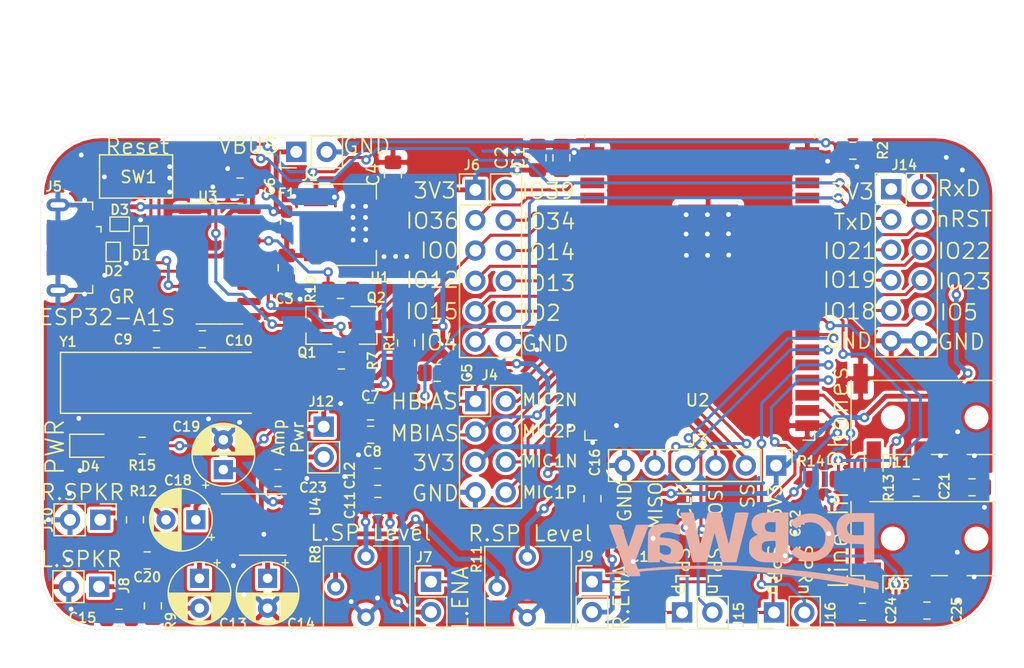
<source format=kicad_pcb>
(kicad_pcb (version 20240108) (generator "pcbnew") (generator_version "8.0")
  (layers (0 "F.Cu" signal) (31 "B.Cu" signal) (34 "B.Paste" user) (35 "F.Paste" user) (36 "B.SilkS" user "B.Silkscreen") (37 "F.SilkS" user "F.Silkscreen") (38 "B.Mask" user) (39 "F.Mask" user) (44 "Edge.Cuts" user))
  (net 0 "")
  (net 1 "GNDREF")
  (net 2 "+3V3")
  (net 3 "VBUS")
  (net 4 "/nRST")
  (net 5 "/HBIAS")
  (net 6 "/MBIAS")
  (net 7 "Net-(C9-Pad1)")
  (net 8 "Net-(C10-Pad1)")
  (net 9 "Net-(C11-Pad1)")
  (net 10 "Net-(C11-Pad2)")
  (net 11 "/SPOLP")
  (net 12 "Net-(C13-Pad2)")
  (net 13 "Net-(C13-Pad1)")
  (net 14 "Net-(C14-Pad1)")
  (net 15 "Net-(C15-Pad1)")
  (net 16 "Net-(C16-Pad2)")
  (net 17 "Net-(C16-Pad1)")
  (net 18 "/SPORP")
  (net 19 "Net-(C18-Pad1)")
  (net 20 "Net-(C18-Pad2)")
  (net 21 "Net-(C19-Pad1)")
  (net 22 "Net-(C20-Pad1)")
  (net 23 "Net-(C21-Pad1)")
  (net 24 "Net-(C22-Pad1)")
  (net 25 "Net-(C23-Pad1)")
  (net 26 "Net-(C24-Pad1)")
  (net 27 "/LineInL")
  (net 28 "/LineInR")
  (net 29 "Net-(C25-Pad1)")
  (net 30 "Net-(D1-Pad1)")
  (net 31 "Net-(D2-Pad1)")
  (net 32 "Net-(D3-Pad1)")
  (net 33 "Net-(D4-Pad2)")
  (net 34 "/IO13")
  (net 35 "/IO15")
  (net 36 "/IO14")
  (net 37 "/IO2")
  (net 38 "/MIC1N")
  (net 39 "/MIC1P")
  (net 40 "/MIC2N")
  (net 41 "/MIC2P")
  (net 42 "Net-(J5-Pad4)")
  (net 43 "/IO21")
  (net 44 "/IO22")
  (net 45 "/IO19")
  (net 46 "/IO23")
  (net 47 "/IO18")
  (net 48 "/IO5")
  (net 49 "/IO4")
  (net 50 "/IO12")
  (net 51 "/IO0")
  (net 52 "/IO34")
  (net 53 "/IO36")
  (net 54 "/IO39")
  (net 55 "/TX_Out")
  (net 56 "/RX_In")
  (net 57 "/HPOutR")
  (net 58 "/HPOutL")
  (net 59 "/RTS")
  (net 60 "Net-(Q1-Pad1)")
  (net 61 "Net-(Q2-Pad1)")
  (net 62 "/DTR")
  (net 63 "Net-(R2-Pad1)")
  (net 64 "/SPOLN")
  (net 65 "/SPORN")
  (net 66 "Net-(R8-Pad2)")
  (net 67 "Net-(R11-Pad2)")
  (net 68 "Net-(U3-Pad9)")
  (net 69 "Net-(U3-Pad10)")
  (net 70 "Net-(U3-Pad11)")
  (net 71 "Net-(U3-Pad12)")
  (net 72 "Net-(U3-Pad15)")
  (footprint "Capacitor_SMD:C_0805_2012Metric_Pad1.15x1.40mm_HandSolder" (layer "F.Cu") (at 126.611 56.871 90)
    (property "Reference" "C1")
    (property "Value" "100nF")
  )
  (footprint "Capacitor_SMD:C_0805_2012Metric_Pad1.15x1.40mm_HandSolder" (layer "F.Cu") (at 124.611 56.871 90)
    (property "Reference" "C2")
    (property "Value" "22uF")
  )
  (footprint "Capacitor_SMD:C_0805_2012Metric_Pad1.15x1.40mm_HandSolder" (layer "F.Cu") (at 103.611 66.071 -90)
    (property "Reference" "C3")
    (property "Value" "4.7uF")
  )
  (footprint "Capacitor_SMD:C_0805_2012Metric_Pad1.15x1.40mm_HandSolder" (layer "F.Cu") (at 112.511 58.271 90)
    (property "Reference" "C4")
    (property "Value" "4.7uF")
  )
  (footprint "Capacitor_SMD:C_0805_2012Metric_Pad1.15x1.40mm_HandSolder" (layer "F.Cu") (at 116.211 74.871)
    (property "Reference" "C5")
    (property "Value" "1uF")
  )
  (footprint "Capacitor_SMD:C_0805_2012Metric_Pad1.15x1.40mm_HandSolder" (layer "F.Cu") (at 110.621 78.101 180)
    (property "Reference" "C7")
    (property "Value" "10uF")
  )
  (footprint "Capacitor_SMD:C_0805_2012Metric_Pad1.15x1.40mm_HandSolder" (layer "F.Cu") (at 110.641 80.051 180)
    (property "Reference" "C8")
    (property "Value" "10uF")
  )
  (footprint "Capacitor_SMD:C_0805_2012Metric_Pad1.15x1.40mm_HandSolder" (layer "F.Cu") (at 111.241 86.011 180)
    (property "Reference" "C11")
    (property "Value" "100nF")
  )
  (footprint "Capacitor_SMD:C_0805_2012Metric_Pad1.15x1.40mm_HandSolder" (layer "F.Cu") (at 111.221 83.581 180)
    (property "Reference" "C12")
    (property "Value" "39pF")
  )
  (footprint "Capacitor_SMD:C_0805_2012Metric_Pad1.15x1.40mm_HandSolder" (layer "F.Cu") (at 89.586 95.371 180)
    (property "Reference" "C15")
    (property "Value" "100nF")
  )
  (footprint "Capacitor_SMD:C_0805_2012Metric_Pad1.15x1.40mm_HandSolder" (layer "F.Cu") (at 131.511 88.771)
    (property "Reference" "C17")
    (property "Value" "39pF")
  )
  (footprint "Capacitor_SMD:C_0805_2012Metric_Pad1.15x1.40mm_HandSolder" (layer "F.Cu") (at 91.936 90.571)
    (property "Reference" "C20")
    (property "Value" "100nF")
  )
  (footprint "Capacitor_SMD:C_0805_2012Metric_Pad1.15x1.40mm_HandSolder" (layer "F.Cu") (at 160.981 84.451)
    (property "Reference" "C21")
    (property "Value" "100nF")
  )
  (footprint "Capacitor_SMD:C_0805_2012Metric_Pad1.15x1.40mm_HandSolder" (layer "F.Cu") (at 147.611 87.271 -90)
    (property "Reference" "C22")
    (property "Value" "100nF")
  )
  (footprint "Capacitor_SMD:C_0805_2012Metric_Pad1.15x1.40mm_HandSolder" (layer "F.Cu") (at 102.886 83.671)
    (property "Reference" "C23")
    (property "Value" "10uF")
  )
  (footprint "Capacitor_SMD:C_0805_2012Metric_Pad1.15x1.40mm_HandSolder" (layer "F.Cu") (at 151.811 94.871 180)
    (property "Reference" "C24")
    (property "Value" "1uF")
  )
  (footprint "Capacitor_SMD:C_0805_2012Metric_Pad1.15x1.40mm_HandSolder" (layer "F.Cu") (at 157.211 94.771 180)
    (property "Reference" "C25")
    (property "Value" "1uF")
  )
  (footprint "Connector_PinHeader_2.54mm:PinHeader_1x02_P2.54mm_Vertical" (layer "F.Cu") (at 104.411 56.371 90)
    (property "Reference" "J1")
    (property "Value" "Conn_01x02")
  )
  (footprint "Connector_PinHeader_2.54mm:PinHeader_1x06_P2.54mm_Vertical" (layer "F.Cu") (at 144.5895 82.62874 -90)
    (property "Reference" "J3")
    (property "Value" "SPI")
  )
  (footprint "Connector_USB:USB_Micro-B_GCT_USB3076-30-A" (layer "F.Cu") (at 85.66008 64.38668 -90)
    (property "Reference" "J5")
    (property "Value" "USB_B_Micro")
  )
  (footprint "Connector_PinHeader_2.54mm:PinHeader_1x02_P2.54mm_Vertical" (layer "F.Cu") (at 115.69192 92.35694)
    (property "Reference" "J7")
    (property "Value" "Conn_01x02")
  )
  (footprint "Connector_PinHeader_2.54mm:PinHeader_1x02_P2.54mm_Vertical" (layer "F.Cu") (at 87.911 92.771 -90)
    (property "Reference" "J8")
    (property "Value" "Conn_01x02")
  )
  (footprint "Connector_PinHeader_2.54mm:PinHeader_1x02_P2.54mm_Vertical" (layer "F.Cu") (at 129.17424 92.35694)
    (property "Reference" "J9")
    (property "Value" "Conn_01x02")
  )
  (footprint "Connector_PinHeader_2.54mm:PinHeader_1x02_P2.54mm_Vertical" (layer "F.Cu") (at 88.011 87.171 -90)
    (property "Reference" "J10")
    (property "Value" "Conn_01x02")
  )
  (footprint "Connector_PinHeader_2.54mm:PinHeader_1x02_P2.54mm_Vertical" (layer "F.Cu") (at 106.711 79.371)
    (property "Reference" "J12")
    (property "Value" "Conn_01x02")
  )
  (footprint "Connector_Audio:Jack_3.5mm_PJ320D_Horizontal" (layer "F.Cu") (at 156.58084 88.7476 180)
    (property "Reference" "J13")
    (property "Value" "Line In")
  )
  (footprint "Resistor_SMD:R_0805_2012Metric_Pad1.15x1.40mm_HandSolder" (layer "F.Cu") (at 113.611 72.371 -90)
    (property "Reference" "R1")
    (property "Value" "10K")
  )
  (footprint "Resistor_SMD:R_0805_2012Metric_Pad1.15x1.40mm_HandSolder" (layer "F.Cu") (at 151.011 56.271)
    (property "Reference" "R2")
    (property "Value" "1K")
  )
  (footprint "Resistor_SMD:R_0805_2012Metric_Pad1.15x1.40mm_HandSolder" (layer "F.Cu") (at 92.411 94.371 -90)
    (property "Reference" "R9")
    (property "Value" "4r7")
  )
  (footprint "Potentiometer_THT:Potentiometer_Vishay_T73YP_Vertical" (layer "F.Cu") (at 123.75896 90.28684 180)
    (property "Reference" "R11")
    (property "Value" "10K")
  )
  (footprint "Resistor_SMD:R_0805_2012Metric_Pad1.15x1.40mm_HandSolder" (layer "F.Cu") (at 90.911 87.171 -90)
    (property "Reference" "R12")
    (property "Value" "4r7")
  )
  (footprint "Resistor_SMD:R_0805_2012Metric_Pad1.15x1.40mm_HandSolder" (layer "F.Cu") (at 156.311 84.491)
    (property "Reference" "R13")
    (property "Value" "22r")
  )
  (footprint "Resistor_SMD:R_0805_2012Metric_Pad1.15x1.40mm_HandSolder" (layer "F.Cu") (at 148.611 83.771 180)
    (property "Reference" "R14")
    (property "Value" "22r")
  )
  (footprint "_Custom_Footprints:ESP32-A1S" (layer "F.Cu") (at 138.19632 64.6811)
    (property "Reference" "U2")
    (property "Value" "ESP32-A1S")
  )
  (footprint "Connector_PinHeader_2.54mm:PinHeader_2x06_P2.54mm_Vertical" (layer "F.Cu") (at 119.40794 59.5503)
    (property "Reference" "J6")
    (property "Value" "Conn_02x06_Odd_Even")
  )
  (footprint "Connector_PinHeader_2.54mm:PinHeader_2x06_P2.54mm_Vertical" (layer "F.Cu") (at 154.21864 59.49188)
    (property "Reference" "J14")
    (property "Value" "Conn_02x06_Odd_Even")
  )
  (footprint "Connector_PinHeader_2.54mm:PinHeader_2x04_P2.54mm_Vertical" (layer "F.Cu") (at 119.40794 77.24648)
    (property "Reference" "J4")
    (property "Value" "Conn_02x04_Odd_Even")
  )
  (footprint "Capacitor_THT:CP_Radial_D5.0mm_P2.50mm" (layer "F.Cu") (at 98.311 82.971 90)
    (property "Reference" "C19")
    (property "Value" "100uF")
  )
  (footprint "Potentiometer_THT:Potentiometer_Vishay_T73YP_Vertical" (layer "F.Cu") (at 110.2487 90.2462 180)
    (property "Reference" "R8")
    (property "Value" "10K")
  )
  (footprint "Package_TO_SOT_SMD:SOT-23" (layer "F.Cu") (at 110.40504 70.89196)
    (property "Reference" "Q2")
    (property "Value" "MMBT3904")
  )
  (footprint "Package_TO_SOT_SMD:SOT-23" (layer "F.Cu") (at 105.9829 70.89196 180)
    (property "Reference" "Q1")
    (property "Value" "MMBT3904")
  )
  (footprint "Capacitor_SMD:C_0805_2012Metric_Pad1.15x1.40mm_HandSolder" (layer "F.Cu") (at 96.55302 72.05218 180)
    (property "Reference" "C10")
    (property "Value" "22pF")
  )
  (footprint "Capacitor_SMD:C_0805_2012Metric_Pad1.15x1.40mm_HandSolder" (layer "F.Cu") (at 92.70862 72.05218)
    (property "Reference" "C9")
    (property "Value" "22pF")
  )
  (footprint "Capacitor_SMD:C_0805_2012Metric_Pad1.15x1.40mm_HandSolder" (layer "F.Cu") (at 99.711 59.271 180)
    (property "Reference" "C6")
    (property "Value" "100nF")
  )
  (footprint "Button_Switch_SMD:SW_SPST_FSMSM" (layer "F.Cu") (at 91.00566 58.4327)
    (property "Reference" "SW1")
    (property "Value" "Reset")
  )
  (footprint "Resistor_SMD:R_0603_1608Metric_Pad1.05x0.95mm_HandSolder" (layer "F.Cu") (at 103.611 62.246 -90)
    (property "Reference" "F1")
    (property "Value" "MF-FSMF050X")
  )
  (footprint "LED_SMD:LED_0805_2012Metric_Pad1.15x1.40mm_HandSolder" (layer "F.Cu") (at 87.311 80.971)
    (property "Reference" "D4")
    (property "Value" "Power")
  )
  (footprint "_Custom_Footprints:SOD-882" (layer "F.Cu") (at 89.63458 62.4205)
    (property "Reference" "D3")
    (property "Value" "PESD5V0S1BL")
  )
  (footprint "_Custom_Footprints:SOD-882" (layer "F.Cu") (at 89.091 64.751 -90)
    (property "Reference" "D2")
    (property "Value" "PESD5V0S1BL")
  )
  (footprint "_Custom_Footprints:SOD-882" (layer "F.Cu") (at 91.421 63.381 90)
    (property "Reference" "D1")
    (property "Value" "PESD5V0S1BL")
  )
  (footprint "Capacitor_THT:CP_Radial_D5.0mm_P2.50mm" (layer "F.Cu") (at 102.011 92.071 -90)
    (property "Reference" "C14")
    (property "Value" "100uF")
  )
  (footprint "Crystal:Crystal_SMD_HC49-SD_HandSoldering" (layer "F.Cu") (at 94.75216 75.7047)
    (property "Reference" "Y1")
    (property "Value" "12MHz")
  )
  (footprint "Package_SO:SOIC-8_3.9x4.9mm_P1.27mm" (layer "F.Cu") (at 101.611 87.571)
    (property "Reference" "U4")
    (property "Value" "TDA2822")
  )
  (footprint "Package_SO:SOIC-16_3.9x9.9mm_P1.27mm" (layer "F.Cu") (at 97.98304 65.72504)
    (property "Reference" "U3")
    (property "Value" "CH340G")
  )
  (footprint "Resistor_SMD:R_0805_2012Metric_Pad1.15x1.40mm_HandSolder" (layer "F.Cu") (at 108.19016 73.83836 180)
    (property "Reference" "R7")
    (property "Value" "10K")
  )
  (footprint "Package_TO_SOT_SMD:SOT-223-3_TabPin2" (layer "F.Cu") (at 109.211 62.471)
    (property "Reference" "U1")
    (property "Value" "AP1117-33")
  )
  (footprint "Resistor_SMD:R_0805_2012Metric_Pad1.15x1.40mm_HandSolder" (layer "F.Cu") (at 91.511 80.971 180)
    (property "Reference" "R15")
    (property "Value" "680r")
  )
  (footprint "Resistor_SMD:R_0805_2012Metric_Pad1.15x1.40mm_HandSolder" (layer "F.Cu") (at 108.1075 67.93032)
    (property "Reference" "R10")
    (property "Value" "10K")
  )
  (footprint "Capacitor_THT:CP_Radial_D5.0mm_P2.50mm" (layer "F.Cu") (at 96.311 92.071 -90)
    (property "Reference" "C13")
    (property "Value" "100uF")
  )
  (footprint "Capacitor_THT:CP_Radial_D5.0mm_P2.50mm" (layer "F.Cu") (at 96.011 87.171 180)
    (property "Reference" "C18")
    (property "Value" "100uF")
  )
  (footprint "Connector_PinHeader_2.54mm:PinHeader_1x02_P2.54mm_Vertical" (layer "F.Cu") (at 136.711 94.92742 90)
    (property "Reference" "J15")
    (property "Value" "Conn_01x02")
  )
  (footprint "Connector_PinHeader_2.54mm:PinHeader_1x02_P2.54mm_Vertical" (layer "F.Cu") (at 144.411 94.92996 90)
    (property "Reference" "J16")
    (property "Value" "Conn_01x02")
  )
  (footprint "Capacitor_SMD:C_0805_2012Metric_Pad1.15x1.40mm_HandSolder" (layer "F.Cu") (at 129.2098 85.40126 90)
    (property "Reference" "C16")
    (property "Value" "100nF")
  )
  (footprint "Connector_Audio:Jack_3.5mm_PJ320D_Horizontal" (layer "F.Cu") (at 156.58592 78.60538 180)
    (property "Reference" "J11")
    (property "Value" "Headphones")
  )
  (footprint "_Custom_Footprints:pcb way logo" (layer "B.Cu") (at 141.731 90.451 180)
    (property "Reference" "G***" (hide yes))
    (property "Value" "LOGO" (hide yes))
  )
  (gr_arc (start 162.96 91.284) (mid 161.472102 94.876102) (end 157.88 96.364) (stroke (width 0.0254)) (layer "Edge.Cuts"))
  (gr_line (start 162.96 60.038) (end 162.96 91.284) (stroke (width 0.0254)) (layer "Edge.Cuts"))
  (gr_line (start 88.091 54.958) (end 157.88 54.958) (stroke (width 0.0254)) (layer "Edge.Cuts"))
  (gr_arc (start 88.091 96.364) (mid 84.498898 94.876102) (end 83.011 91.284) (stroke (width 0.0254)) (layer "Edge.Cuts"))
  (gr_arc (start 83.011 60.038) (mid 84.498898 56.445898) (end 88.091 54.958) (stroke (width 0.0254)) (layer "Edge.Cuts"))
  (gr_line (start 157.88 96.364) (end 88.091 96.364) (stroke (width 0.0254)) (layer "Edge.Cuts"))
  (gr_arc (start 157.88 54.958) (mid 161.472102 56.445898) (end 162.96 60.038) (stroke (width 0.0254)) (layer "Edge.Cuts"))
  (gr_line (start 83.011 91.284) (end 83.011 60.038) (stroke (width 0.0254)) (layer "Edge.Cuts"))
  (gr_text "       \nESP32-A1S" (at 88.611 69.171 0) (layer "F.SilkS") (effects (font (size 1.3 1.3))))
  (gr_text "3V3\n" (at 144.511 85.671 90) (layer "F.SilkS") (effects (font (size 1.1 1.1))))
  (gr_text "3V3\n" (at 150.9903 59.70016 0) (layer "F.SilkS") (effects (font (size 1.3 1.3))))
  (gr_text "Reset" (at 91.10218 55.92572 0) (layer "F.SilkS") (effects (font (size 1.3 1.3))))
  (gr_text "PWR" (at 84.211 81.071 90) (layer "F.SilkS") (effects (font (size 1.5 1.5))))
  (gr_text "3V3\n" (at 116.00688 59.60872 0) (layer "F.SilkS") (effects (font (size 1.3 1.3))))
  (gr_text "IO36\n" (at 115.7986 62.14364 0) (layer "F.SilkS") (effects (font (size 1.3 1.3))))
  (gr_text "IO0\n" (at 116.38534 64.63284 0) (layer "F.SilkS") (effects (font (size 1.3 1.3))))
  (gr_text "IO12\n" (at 115.7986 67.0941 0) (layer "F.SilkS") (effects (font (size 1.3 1.3))))
  (gr_text "IO15\n" (at 115.77066 69.723 0) (layer "F.SilkS") (effects (font (size 1.3 1.3))))
  (gr_text "IO4\n" (at 116.32946 72.32396 0) (layer "F.SilkS") (effects (font (size 1.3 1.3))))
  (gr_text "GND" (at 125.24994 72.42302 0) (layer "F.SilkS") (effects (font (size 1.3 1.3))))
  (gr_text "IO2" (at 124.96038 69.85762 0) (layer "F.SilkS") (effects (font (size 1.3 1.3))))
  (gr_text "IO13" (at 125.56236 67.35572 0) (layer "F.SilkS") (effects (font (size 1.3 1.3))))
  (gr_text "IO14" (at 125.54204 64.76746 0) (layer "F.SilkS") (effects (font (size 1.3 1.3))))
  (gr_text "IO34" (at 125.56236 62.20206 0) (layer "F.SilkS") (effects (font (size 1.3 1.3))))
  (gr_text "IO39\n" (at 125.49886 59.64682 0) (layer "F.SilkS") (effects (font (size 1.3 1.3))))
  (gr_text "GND" (at 116.06022 84.963 0) (layer "F.SilkS") (effects (font (size 1.3 1.3))))
  (gr_text "3V3" (at 115.94592 82.4103 0) (layer "F.SilkS") (effects (font (size 1.3 1.3))))
  (gr_text "MBIAS" (at 115.17376 79.93634 0) (layer "F.SilkS") (effects (font (size 1.3 1.3))))
  (gr_text "HBIAS" (at 115.14328 77.27696 0) (layer "F.SilkS") (effects (font (size 1.3 1.3))))
  (gr_text "MIC2N" (at 125.6538 77.12964 0) (layer "F.SilkS") (effects (font (size 1 1))))
  (gr_text "MIC2P" (at 125.61062 79.76108 0) (layer "F.SilkS") (effects (font (size 1 1))))
  (gr_text "MIC1N" (at 125.66904 82.26044 0) (layer "F.SilkS") (effects (font (size 1 1))))
  (gr_text "MIC1P" (at 125.64872 84.88172 0) (layer "F.SilkS") (effects (font (size 1 1))))
  (gr_text "TxD" (at 151.05634 62.23 0) (layer "F.SilkS") (effects (font (size 1.3 1.3))))
  (gr_text "RxD" (at 159.90062 59.42838 0) (layer "F.SilkS") (effects (font (size 1.3 1.3))))
  (gr_text "nRST" (at 160.32226 61.99632 0) (layer "F.SilkS") (effects (font (size 1.3 1.3))))
  (gr_text "IO21" (at 150.74138 64.67094 0) (layer "F.SilkS") (effects (font (size 1.3 1.3))))
  (gr_text "IO19" (at 150.72106 67.0941 0) (layer "F.SilkS") (effects (font (size 1.3 1.3))))
  (gr_text "IO18" (at 150.6982 69.72554 0) (layer "F.SilkS") (effects (font (size 1.3 1.3))))
  (gr_text "GND" (at 150.65756 72.18934 0) (layer "F.SilkS") (effects (font (size 1.3 1.3))))
  (gr_text "GND" (at 160.09112 72.27316 0) (layer "F.SilkS") (effects (font (size 1.3 1.3))))
  (gr_text "IO5" (at 159.8803 69.80936 0) (layer "F.SilkS") (effects (font (size 1.3 1.3))))
  (gr_text "IO23\n" (at 160.36544 67.21856 0) (layer "F.SilkS") (effects (font (size 1.3 1.3))))
  (gr_text "IO22" (at 160.32226 64.67094 0) (layer "F.SilkS") (effects (font (size 1.3 1.3))))
  (gr_text "GND" (at 131.911 85.671 90) (layer "F.SilkS") (effects (font (size 1.1 1.1))))
  (gr_text "SS" (at 142.211 85.171 90) (layer "F.SilkS") (effects (font (size 1.1 1.1))))
  (gr_text "MOSI\n" (at 139.55014 86.071 90) (layer "F.SilkS") (effects (font (size 1.1 1.1))))
  (gr_text "CLK" (at 136.9441 85.671 90) (layer "F.SilkS") (effects (font (size 1.1 1.1))))
  (gr_text "MISO" (at 134.511 85.971 90) (layer "F.SilkS") (effects (font (size 1.1 1.1))))
  (gr_text "R.ENA" (at 131.64058 93.68282 90) (layer "F.SilkS") (effects (font (size 1.3 1.3))))
  (gr_text "L.ENA" (at 118.15826 93.71076 90) (layer "F.SilkS") (effects (font (size 1.3 1.3))))
  (gr_text "L.SP Level" (at 110.64748 88.265 0) (layer "F.SilkS") (effects (font (size 1.3 1.3))))
  (gr_text "R.SP Level" (at 123.9901 88.31834 0) (layer "F.SilkS") (effects (font (size 1.3 1.3))))
  (gr_text "SPRn" (at 147.011 91.371 270) (layer "F.SilkS") (effects (font (size 1.1 1.1))))
  (gr_text "SPLn" (at 139.411 91.471 270) (layer "F.SilkS") (effects (font (size 1.1 1.1))))
  (gr_text "SPLp" (at 136.711 91.471 270) (layer "F.SilkS") (effects (font (size 1.1 1.1))))
  (gr_text "GND" (at 110.311 55.871 0) (layer "F.SilkS") (effects (font (size 1.3 1.3))))
  (gr_text "VBUS\n" (at 100.411 55.871 0) (layer "F.SilkS") (effects (font (size 1.3 1.3))))
  (gr_text "Phones" (at 149.811 78.571 90) (layer "F.SilkS") (effects (font (size 1.6 1.6))))
  (gr_text "Line In" (at 149.811 88.871 90) (layer "F.SilkS") (effects (font (size 1.6 1.6))))
  (gr_text "SPRp" (at 144.411 91.371 270) (layer "F.SilkS") (effects (font (size 1.1 1.1))))
  (gr_text "R.SPKR\n" (at 86.511 84.871 0) (layer "F.SilkS") (effects (font (size 1.3 1.3))))
  (gr_text "L.SPKR\n" (at 86.411 90.471 0) (layer "F.SilkS") (effects (font (size 1.3 1.3))))
  (gr_text "Amp\nPwr" (at 103.711 80.271 90) (layer "F.SilkS") (effects (font (size 1 1))))
  (gr_text "GR" (at 89.801 68.501 0) (layer "F.SilkS") (effects (font (size 1.1 1.1))))
  (segment (start 88.37532 66.70668) (end 86.69008 66.70668) (width 0.4064) (layer "F.Cu") (net 1))
  (segment (start 127.6759 56.4261) (end 127.1911 56.4261) (width 0.4064) (layer "F.Cu") (net 1))
  (segment (start 126.611 55.846) (end 126.75891 55.846) (width 0.4064) (layer "F.Cu") (net 1))
  (segment (start 90.840507 62.061493) (end 91.345915 62.061493) (width 0.4064) (layer "F.Cu") (net 1))
  (segment (start 129.06632 55.451) (end 129.19632 55.581) (width 0.2032) (layer "F.Cu") (net 1))
  (segment (start 88.37532 66.70668) (end 88.37532 66.70668) (width 0.4064) (layer "F.Cu") (net 1))
  (segment (start 88.18668 65.68668) (end 88.641 66.141) (width 0.4064) (layer "F.Cu") (net 1))
  (segment (start 87.11008 65.68668) (end 88.18668 65.68668) (width 0.4064) (layer "F.Cu") (net 1))
  (segment (start 129.19632 55.581) (end 129.19632 56.4261) (width 0.4064) (layer "F.Cu") (net 1))
  (segment (start 129.19632 56.4261) (end 127.6759 56.4261) (width 0.4064) (layer "F.Cu") (net 1))
  (segment (start 127.02391 55.581) (end 127.15391 55.451) (width 0.2032) (layer "F.Cu") (net 1))
  (segment (start 88.641 66.441) (end 88.37532 66.70668) (width 0.4064) (layer "F.Cu") (net 1))
  (segment (start 127.1911 56.4261) (end 126.611 55.846) (width 0.4064) (layer "F.Cu") (net 1))
  (segment (start 89.98458 62.4205) (end 90.4815 62.4205) (width 0.4064) (layer "F.Cu") (net 1))
  (segment (start 90.4815 62.4205) (end 90.840507 62.061493) (width 0.4064) (layer "F.Cu") (net 1))
  (segment (start 88.641 66.141) (end 88.641 66.441) (width 0.4064) (layer "F.Cu") (net 1))
  (segment (start 126.75891 55.846) (end 127.02391 55.581) (width 0.4064) (layer "F.Cu") (net 1))
  (segment (start 127.15391 55.451) (end 129.06632 55.451) (width 0.3048) (layer "F.Cu") (net 1))
  (via (at 140.601 63.231) (size 0.8) (drill 0.4) (layers "F.Cu" "B.Cu") (net 1))
  (via (at 138.831 63.251) (size 0.8) (drill 0.4) (layers "F.Cu" "B.Cu") (net 1))
  (via (at 137.051 63.251) (size 0.8) (drill 0.4) (layers "F.Cu" "B.Cu") (net 1))
  (via (at 137.051 61.631) (size 0.8) (drill 0.4) (layers "F.Cu" "B.Cu") (net 1))
  (via (at 140.601 61.611) (size 0.8) (drill 0.4) (layers "F.Cu" "B.Cu") (net 1))
  (via (at 138.831 61.631) (size 0.8) (drill 0.4) (layers "F.Cu" "B.Cu") (net 1))
  (via (at 108.461 83.551) (size 0.8) (drill 0.4) (layers "F.Cu" "B.Cu") (net 1))
  (via (at 158.341 81.811) (size 0.8) (drill 0.4) (layers "F.Cu" "B.Cu") (net 1))
  (via (at 159.781 79.801) (size 0.8) (drill 0.4) (layers "F.Cu" "B.Cu") (net 1))
  (via (at 108.131 77.441) (size 0.8) (drill 0.4) (layers "F.Cu" "B.Cu") (net 1))
  (via (at 104.211 60.091) (size 0.8) (drill 0.4) (layers "F.Cu" "B.Cu") (net 1))
  (via (at 118.791 75.051) (size 0.8) (drill 0.4) (layers "F.Cu" "B.Cu") (net 1))
  (via (at 151.351 57.611) (size 0.8) (drill 0.4) (layers "F.Cu" "B.Cu") (net 1))
  (via (at 99.671 79.011) (size 0.8) (drill 0.4) (layers "F.Cu" "B.Cu") (net 1))
  (via (at 124.571 72.931) (size 0.8) (drill 0.4) (layers "F.Cu" "B.Cu") (net 1))
  (via (at 160.181 57.891) (size 0.8) (drill 0.4) (layers "F.Cu" "B.Cu") (net 1))
  (via (at 88.37532 66.70668) (size 0.8) (drill 0.4) (layers "F.Cu" "B.Cu") (net 1))
  (via (at 107.611 60.161) (size 0.8) (drill 0.4) (layers "F.Cu" "B.Cu") (net 1))
  (via (at 162.021 86.131) (size 0.8) (drill 0.4) (layers "F.Cu" "B.Cu") (net 1))
  (via (at 127.271 79.321) (size 0.8) (drill 0.4) (layers "F.Cu" "B.Cu") (net 1))
  (via (at 124.891 72.041) (size 0.8) (drill 0.4) (layers "F.Cu" "B.Cu") (net 1))
  (via (at 138.851 65.031) (size 0.8) (drill 0.4) (layers "F.Cu" "B.Cu") (net 1))
  (via (at 161.161 91.951) (size 0.8) (drill 0.4) (layers "F.Cu" "B.Cu") (net 1))
  (via (at 127.6759 56.4261) (size 0.8) (drill 0.4) (layers "F.Cu" "B.Cu") (net 1))
  (via (at 93.821 57.611) (size 0.8) (drill 0.4) (layers "F.Cu" "B.Cu") (net 1))
  (via (at 101.701 88.381) (size 0.8) (drill 0.4) (layers "F.Cu" "B.Cu") (net 1))
  (via (at 129.231 80.701) (size 0.8) (drill 0.4) (layers "F.Cu" "B.Cu") (net 1))
  (via (at 86.691 60.401) (size 0.8) (drill 0.4) (layers "F.Cu" "B.Cu") (net 1))
  (via (at 146.171 88.221) (size 0.8) (drill 0.4) (layers "F.Cu" "B.Cu") (net 1))
  (via (at 86.211 78.681) (size 0.8) (drill 0.4) (layers "F.Cu" "B.Cu") (net 1))
  (via (at 105.301 83.711) (size 0.8) (drill 0.4) (layers "F.Cu" "B.Cu") (net 1))
  (via (at 88.351 58.461) (size 0.8) (drill 0.4) (layers "F.Cu" "B.Cu") (net 1))
  (via (at 93.821 58.561) (size 0.8) (drill 0.4) (layers "F.Cu" "B.Cu") (net 1))
  (via (at 131.221 79.281) (size 0.8) (drill 0.4) (layers "F.Cu" "B.Cu") (net 1))
  (via (at 148.991 88.331) (size 0.8) (drill 0.4) (layers "F.Cu" "B.Cu") (net 1))
  (via (at 86.691 68.271) (size 0.8) (drill 0.4) (layers "F.Cu" "B.Cu") (net 1))
  (via (at 148.901 57.151) (size 0.8) (drill 0.4) (layers "F.Cu" "B.Cu") (net 1))
  (via (at 97.071 78.721) (size 0.8) (drill 0.4) (layers "F.Cu" "B.Cu") (net 1))
  (via (at 159.751 89.891) (size 0.8) (drill 0.4) (layers "F.Cu" "B.Cu") (net 1))
  (via (at 100.041 93.441) (size 0.8) (drill 0.4) (layers "F.Cu" "B.Cu") (net 1))
  (via (at 109.011 94.021) (size 0.8) (drill 0.4) (layers "F.Cu" "B.Cu") (net 1))
  (via (at 85.411 84.961) (size 0.8) (drill 0.4) (layers "F.Cu" "B.Cu") (net 1))
  (via (at 161.181 81.811) (size 0.8) (drill 0.4) (layers "F.Cu" "B.Cu") (net 1))
  (via (at 122.971 56.30399) (size 0.8) (drill 0.4) (layers "F.Cu" "B.Cu") (net 1))
  (via (at 104.731 68.691) (size 0.8) (drill 0.4) (layers "F.Cu" "B.Cu") (net 1))
  (via (at 132.621 90.661) (size 0.8) (drill 0.4) (layers "F.Cu" "B.Cu") (net 1))
  (via (at 97.431 59.301) (size 0.8) (drill 0.4) (layers "F.Cu" "B.Cu") (net 1))
  (via (at 158.831 56.831) (size 0.8) (drill 0.4) (layers "F.Cu" "B.Cu") (net 1))
  (via (at 85.301 90.521) (size 0.8) (drill 0.4) (layers "F.Cu" "B.Cu") (net 1))
  (via (at 159.811 93.981) (size 0.8) (drill 0.4) (layers "F.Cu" "B.Cu") (net 1))
  (via (at 121.951 56.30399) (size 0.8) (drill 0.4) (layers "F.Cu" "B.Cu") (net 1))
  (via (at 91.381 62.061) (size 0.8) (drill 0.4) (layers "F.Cu" "B.Cu") (net 1))
  (via (at 99.151 91.011) (size 0.8) (drill 0.4) (layers "F.Cu" "B.Cu") (net 1))
  (via (at 105.521 67.981) (size 0.8) (drill 0.4) (layers "F.Cu" "B.Cu") (net 1))
  (via (at 140.621 65.011) (size 0.8) (drill 0.4) (layers "F.Cu" "B.Cu") (net 1))
  (via (at 86.311 83.051) (size 0.8) (drill 0.4) (layers "F.Cu" "B.Cu") (net 1))
  (via (at 85.561 94.641) (size 0.8) (drill 0.4) (layers "F.Cu" "B.Cu") (net 1))
  (via (at 109.621 81.741) (size 0.8) (drill 0.4) (layers "F.Cu" "B.Cu") (net 1))
  (via (at 137.071 65.031) (size 0.8) (drill 0.4) (layers "F.Cu" "B.Cu") (net 1))
  (via (at 98.671 57.771) (size 0.8) (drill 0.4) (layers "F.Cu" "B.Cu") (net 1))
  (via (at 134.291 88.721) (size 0.8) (drill 0.4) (layers "F.Cu" "B.Cu") (net 1))
  (via (at 111.211 93.711) (size 0.8) (drill 0.4) (layers "F.Cu" "B.Cu") (net 1))
  (via (at 86.411 56.631) (size 0.8) (drill 0.4) (layers "F.Cu" "B.Cu") (net 1))
  (via (at 116.961 76.531) (size 0.8) (drill 0.4) (layers "F.Cu" "B.Cu") (net 1))
  (via (at 93.821 59.731) (size 0.8) (drill 0.4) (layers "F.Cu" "B.Cu") (net 1))
  (via (at 83.681 87.161) (size 0.8) (drill 0.4) (layers "F.Cu" "B.Cu") (net 1))
  (via (at 90.181 65.691) (size 0.8) (drill 0.4) (layers "F.Cu" "B.Cu") (net 1))
  (via (at 103.621 68.321) (size 0.8) (drill 0.4) (layers "F.Cu" "B.Cu") (net 1))
  (segment (start 154.21864 59.49188) (end 154.36188 59.49188) (width 0.4064) (layer "F.Cu") (net 2))
  (segment (start 125.911 82.841) (end 129.641 82.841) (width 0.4064) (layer "F.Cu") (net 2))
  (segment (start 125.471 83.281) (end 125.911 82.841) (width 0.4064) (layer "F.Cu") (net 2))
  (segment (start 160.631 74.901) (end 158.711 76.821) (width 0.4064) (layer "F.Cu") (net 2))
  (segment (start 101.901 60.031) (end 101.901 59.521) (width 0.4064) (layer "F.Cu") (net 2))
  (segment (start 101.711 80.381) (end 102.721 79.371) (width 0.254) (layer "F.Cu") (net 2))
  (segment (start 112.511 62.321) (end 112.361 62.471) (width 0.4064) (layer "F.Cu") (net 2))
  (segment (start 155.631 60.761) (end 158.811 60.761) (width 0.4064) (layer "F.Cu") (net 2))
  (segment (start 98.611 61.751) (end 99.08196 61.28004) (width 0.4064) (layer "F.Cu") (net 2))
  (segment (start 126.611 57.896) (end 124.611 57.896) (width 0.4064) (layer "F.Cu") (net 2))
  (segment (start 126.611 57.896) (end 127.676 57.896) (width 0.4064) (layer "F.Cu") (net 2))
  (segment (start 101.651 59.271) (end 100.736 59.271) (width 0.4064) (layer "F.Cu") (net 2))
  (segment (start 100.736 59.271) (end 100.736 61.00208) (width 0.4064) (layer "F.Cu") (net 2))
  (segment (start 112.511 59.296) (end 112.511 62.321) (width 0.4064) (layer "F.Cu") (net 2))
  (segment (start 124.611 57.896) (end 122.906 57.896) (width 0.4064) (layer "F.Cu") (net 2))
  (segment (start 109.281 61.501) (end 108.311 62.471) (width 0.4064) (layer "F.Cu") (net 2))
  (segment (start 99.08196 61.28004) (end 100.45804 61.28004) (width 0.4064) (layer "F.Cu") (net 2))
  (segment (start 153.771 76.821) (end 151.981 78.611) (width 0.4064) (layer "F.Cu") (net 2))
  (segment (start 154.36188 59.49188) (end 155.631 60.761) (width 0.4064) (layer "F.Cu") (net 2))
  (segment (start 98.09196 65.09004) (end 98.611 64.571) (width 0.4064) (layer "F.Cu") (net 2))
  (segment (start 113.611 71.346) (end 113.976 70.981) (width 0.4064) (layer "F.Cu") (net 2))
  (segment (start 106.711 79.371) (end 106.711 77.381) (width 0.4064) (layer "F.Cu") (net 2))
  (segment (start 158.811 60.761) (end 159.671 61.621) (width 0.4064) (layer "F.Cu") (net 2))
  (segment (start 158.711 76.821) (end 153.771 76.821) (width 0.4064) (layer "F.Cu") (net 2))
  (segment (start 95.50804 65.09004) (end 98.09196 65.09004) (width 0.4064) (layer "F.Cu") (net 2))
  (segment (start 98.611 64.571) (end 98.611 61.751) (width 0.4064) (layer "F.Cu") (net 2))
  (segment (start 106.711 77.381) (end 108.151 75.941) (width 0.4064) (layer "F.Cu") (net 2))
  (segment (start 116.681 70.961) (end 116.681 72.071) (width 0.4064) (layer "F.Cu") (net 2))
  (segment (start 127.676 57.896) (end 127.8759 57.6961) (width 0.4064) (layer "F.Cu") (net 2))
  (segment (start 102.721 79.371) (end 106.711 79.371) (width 0.254) (layer "F.Cu") (net 2))
  (segment (start 112.7653 59.5503) (end 112.511 59.296) (width 0.4064) (layer "F.Cu") (net 2))
  (segment (start 101.901 59.521) (end 101.651 59.271) (width 0.4064) (layer "F.Cu") (net 2))
  (segment (start 116.681 72.071) (end 118.711 74.101) (width 0.4064) (layer "F.Cu") (net 2))
  (segment (start 129.641 82.841) (end 131.771 84.971) (width 0.4064) (layer "F.Cu") (net 2))
  (segment (start 108.151 75.941) (end 111.651 75.941) (width 0.4064) (layer "F.Cu") (net 2))
  (segment (start 159.671 61.621) (end 159.671 68.321) (width 0.4064) (layer "F.Cu") (net 2))
  (segment (start 118.711 74.101) (end 122.861 74.101) (width 0.4064) (layer "F.Cu") (net 2))
  (segment (start 119.40794 59.5503) (end 112.7653 59.5503) (width 0.4064) (layer "F.Cu") (net 2))
  (segment (start 111.651 75.941) (end 111.801 75.791) (width 0.4064) (layer "F.Cu") (net 2))
  (segment (start 108.311 62.471) (end 106.061 62.471) (width 0.4064) (layer "F.Cu") (net 2))
  (segment (start 116.661 70.981) (end 116.681 70.961) (width 0.4064) (layer "F.Cu") (net 2))
  (segment (start 127.8759 57.6961) (end 129.19632 57.6961) (width 0.4064) (layer "F.Cu") (net 2))
  (segment (start 113.976 70.981) (end 116.661 70.981) (width 0.4064) (layer "F.Cu") (net 2))
  (segment (start 100.736 61.00208) (end 100.45804 61.28004) (width 0.4064) (layer "F.Cu") (net 2))
  (segment (start 131.771 84.971) (end 135.781 84.971) (width 0.4064) (layer "F.Cu") (net 2))
  (segment (start 92.536 80.971) (end 94.651 80.971) (width 0.254) (layer "F.Cu") (net 2))
  (via (at 110.231 62.831) (size 0.8) (drill 0.4) (layers "F.Cu" "B.Cu") (net 2))
  (via (at 110.211 61.861) (size 0.8) (drill 0.4) (layers "F.Cu" "B.Cu") (net 2))
  (via (at 110.221 60.931) (size 0.8) (drill 0.4) (layers "F.Cu" "B.Cu") (net 2))
  (via (at 109.171 60.931) (size 0.8) (drill 0.4) (layers "F.Cu" "B.Cu") (net 2))
  (via (at 109.171 63.761) (size 0.8) (drill 0.4) (layers "F.Cu" "B.Cu") (net 2))
  (via (at 109.161 61.861) (size 0.8) (drill 0.4) (layers "F.Cu" "B.Cu") (net 2))
  (via (at 109.181 62.831) (size 0.8) (drill 0.4) (layers "F.Cu" "B.Cu") (net 2))
  (via (at 113.661 65.131) (size 0.8) (drill 0.4) (layers "F.Cu" "B.Cu") (net 2))
  (via (at 111.761 65.141) (size 0.8) (drill 0.4) (layers "F.Cu" "B.Cu") (net 2))
  (via (at 112.731 65.121) (size 0.8) (drill 0.4) (layers "F.Cu" "B.Cu") (net 2))
  (via (at 94.651 80.971) (size 0.8) (drill 0.4) (layers "F.Cu" "B.Cu") (net 2))
  (via (at 159.671 68.321) (size 0.8) (drill 0.4) (layers "F.Cu" "B.Cu") (net 2))
  (via (at 110.221 63.761) (size 0.8) (drill 0.4) (layers "F.Cu" "B.Cu") (net 2))
  (via (at 111.801 75.791) (size 0.8) (drill 0.4) (layers "F.Cu" "B.Cu") (net 2))
  (via (at 151.981 78.611) (size 0.8) (drill 0.4) (layers "F.Cu" "B.Cu") (net 2))
  (via (at 116.681 70.961) (size 0.8) (drill 0.4) (layers "F.Cu" "B.Cu") (net 2))
  (via (at 101.711 80.381) (size 0.8) (drill 0.4) (layers "F.Cu" "B.Cu") (net 2))
  (via (at 122.906 57.896) (size 0.8) (drill 0.4) (layers "F.Cu" "B.Cu") (net 2))
  (via (at 160.631 74.901) (size 0.8) (drill 0.4) (layers "F.Cu" "B.Cu") (net 2))
  (via (at 125.471 83.281) (size 0.8) (drill 0.4) (layers "F.Cu" "B.Cu") (net 2))
  (via (at 135.781 84.971) (size 0.8) (drill 0.4) (layers "F.Cu" "B.Cu") (net 2))
  (via (at 122.861 74.101) (size 0.8) (drill 0.4) (layers "F.Cu" "B.Cu") (net 2))
  (via (at 101.901 60.031) (size 0.8) (drill 0.4) (layers "F.Cu" "B.Cu") (net 2))
  (segment (start 97.271 81.671) (end 100.421 81.671) (width 0.254) (layer "B.Cu") (net 2))
  (segment (start 119.40794 82.32648) (end 119.72552 82.32648) (width 0.4064) (layer "B.Cu") (net 2))
  (segment (start 135.781 84.971) (end 143.831 84.971) (width 0.4064) (layer "B.Cu") (net 2))
  (segment (start 113.661 65.131) (end 115.951 65.131) (width 0.4064) (layer "B.Cu") (net 2))
  (segment (start 122.861 74.101) (end 124.191 74.101) (width 0.4064) (layer "B.Cu") (net 2))
  (segment (start 119.40794 58.21406) (end 119.40794 59.5503) (width 0.4064) (layer "B.Cu") (net 2))
  (segment (start 100.421 81.671) (end 101.711 80.381) (width 0.254) (layer "B.Cu") (net 2))
  (segment (start 111.761 75.751) (end 111.761 65.141) (width 0.4064) (layer "B.Cu") (net 2))
  (segment (start 101.901 60.031) (end 102.371 60.031) (width 0.4064) (layer "B.Cu") (net 2))
  (segment (start 115.951 65.131) (end 116.681 65.861) (width 0.4064) (layer "B.Cu") (net 2))
  (segment (start 151.981 78.611) (end 149.491 78.611) (width 0.4064) (layer "B.Cu") (net 2))
  (segment (start 145.47326 82.62874) (end 144.5895 82.62874) (width 0.4064) (layer "B.Cu") (net 2))
  (segment (start 111.801 75.791) (end 111.761 75.751) (width 0.4064) (layer "B.Cu") (net 2))
  (segment (start 119.72552 82.32648) (end 121.001 81.051) (width 0.4064) (layer "B.Cu") (net 2))
  (segment (start 160.631 74.901) (end 159.671 73.941) (width 0.4064) (layer "B.Cu") (net 2))
  (segment (start 103.881 61.541) (end 108.681 61.541) (width 0.4064) (layer "B.Cu") (net 2))
  (segment (start 102.371 60.031) (end 103.881 61.541) (width 0.4064) (layer "B.Cu") (net 2))
  (segment (start 121.001 81.051) (end 125.471 81.051) (width 0.4064) (layer "B.Cu") (net 2))
  (segment (start 117.191 61.601) (end 113.661 65.131) (width 0.4064) (layer "B.Cu") (net 2))
  (segment (start 119.726 57.896) (end 119.40794 58.21406) (width 0.4064) (layer "B.Cu") (net 2))
  (segment (start 116.681 65.861) (end 116.681 70.961) (width 0.4064) (layer "B.Cu") (net 2))
  (segment (start 143.831 84.971) (end 144.5895 84.2125) (width 0.4064) (layer "B.Cu") (net 2))
  (segment (start 94.651 80.971) (end 96.571 80.971) (width 0.254) (layer "B.Cu") (net 2))
  (segment (start 125.471 81.051) (end 125.471 83.281) (width 0.4064) (layer "B.Cu") (net 2))
  (segment (start 117.191 61.591) (end 117.191 61.601) (width 0.4064) (layer "B.Cu") (net 2))
  (segment (start 124.191 74.101) (end 125.471 75.381) (width 0.4064) (layer "B.Cu") (net 2))
  (segment (start 144.5895 84.2125) (end 144.5895 82.62874) (width 0.4064) (layer "B.Cu") (net 2))
  (segment (start 122.906 57.896) (end 119.726 57.896) (width 0.4064) (layer "B.Cu") (net 2))
  (segment (start 96.571 80.971) (end 97.271 81.671) (width 0.254) (layer "B.Cu") (net 2))
  (segment (start 159.671 73.941) (end 159.671 68.321) (width 0.4064) (layer "B.Cu") (net 2))
  (segment (start 125.471 75.381) (end 125.471 81.051) (width 0.4064) (layer "B.Cu") (net 2))
  (segment (start 149.491 78.611) (end 145.47326 82.62874) (width 0.4064) (layer "B.Cu") (net 2))
  (segment (start 103.611 63.121) (end 103.611 65.046) (width 0.4064) (layer "F.Cu") (net 3))
  (segment (start 103.611 65.046) (end 105.786 65.046) (width 0.4064) (layer "F.Cu") (net 3))
  (segment (start 105.786 65.046) (end 106.061 64.771) (width 0.3048) (layer "F.Cu") (net 3))
  (segment (start 111.111 73.801) (end 111.111 74.351) (width 0.254) (layer "F.Cu") (net 4))
  (segment (start 104.9829 70.89196) (end 102.50196 70.89196) (width 0.254) (layer "F.Cu") (net 4))
  (segment (start 97.681 63.191) (end 97.681 61.021) (width 0.254) (layer "F.Cu") (net 4))
  (segment (start 149.7861 60.2361) (end 147.19632 60.2361) (width 0.254) (layer "F.Cu") (net 4))
  (segment (start 114.081 74.871) (end 113.611 74.401) (width 0.254) (layer "F.Cu") (net 4))
  (segment (start 106.251 75.281) (end 105.551 74.581) (width 0.254) (layer "F.Cu") (net 4))
  (segment (start 113.611 73.396) (end 111.516 73.396) (width 0.254) (layer "F.Cu") (net 4))
  (segment (start 156.75864 62.03188) (end 156.75864 62.094296) (width 0.254) (layer "F.Cu") (net 4))
  (segment (start 95.891 60.141) (end 95.59566 59.84566) (width 0.254) (layer "F.Cu") (net 4))
  (segment (start 104.9829 72.0729) (end 104.9829 70.89196) (width 0.254) (layer "F.Cu") (net 4))
  (segment (start 115.186 74.871) (end 115.186 76.806) (width 0.254) (layer "F.Cu") (net 4))
  (segment (start 95.59566 59.84566) (end 95.59566 58.4327) (width 0.254) (layer "F.Cu") (net 4))
  (segment (start 96.801 60.141) (end 95.891 60.141) (width 0.254) (layer "F.Cu") (net 4))
  (segment (start 155.557006 63.29593) (end 152.84593 63.29593) (width 0.254) (layer "F.Cu") (net 4))
  (segment (start 102.50196 70.89196) (end 102.401 70.791) (width 0.254) (layer "F.Cu") (net 4))
  (segment (start 115.186 74.871) (end 114.081 74.871) (width 0.254) (layer "F.Cu") (net 4))
  (segment (start 152.84593 63.29593) (end 149.7861 60.2361) (width 0.254) (layer "F.Cu") (net 4))
  (segment (start 113.611 74.401) (end 113.611 73.396) (width 0.254) (layer "F.Cu") (net 4))
  (segment (start 111.516 73.396) (end 111.111 73.801) (width 0.254) (layer "F.Cu") (net 4))
  (segment (start 110.181 75.281) (end 106.251 75.281) (width 0.254) (layer "F.Cu") (net 4))
  (segment (start 156.75864 62.094296) (end 155.557006 63.29593) (width 0.254) (layer "F.Cu") (net 4))
  (segment (start 97.681 61.021) (end 96.801 60.141) (width 0.254) (layer "F.Cu") (net 4))
  (segment (start 105.551 72.641) (end 104.9829 72.0729) (width 0.254) (layer "F.Cu") (net 4))
  (segment (start 105.551 74.581) (end 105.551 72.641) (width 0.254) (layer "F.Cu") (net 4))
  (segment (start 111.111 74.351) (end 110.181 75.281) (width 0.254) (layer "F.Cu") (net 4))
  (via (at 102.401 70.791) (size 0.8) (drill 0.4) (layers "F.Cu" "B.Cu") (net 4))
  (via (at 149.7861 60.2361) (size 0.8) (drill 0.4) (layers "F.Cu" "B.Cu") (net 4))
  (via (at 115.186 76.806) (size 0.8) (drill 0.4) (layers "F.Cu" "B.Cu") (net 4))
  (via (at 97.681 63.191) (size 0.8) (drill 0.4) (layers "F.Cu" "B.Cu") (net 4))
  (segment (start 124.421 60.211) (end 149.761 60.211) (width 0.254) (layer "B.Cu") (net 4))
  (segment (start 123.931 60.701) (end 124.421 60.211) (width 0.254) (layer "B.Cu") (net 4))
  (segment (start 99.901 68.291) (end 98.731 68.291) (width 0.254) (layer "B.Cu") (net 4))
  (segment (start 149.761 60.211) (end 149.7861 60.2361) (width 0.254) (layer "B.Cu") (net 4))
  (segment (start 118.441 70.991) (end 123.431 70.991) (width 0.254) (layer "B.Cu") (net 4))
  (segment (start 115.186 74.246) (end 118.441 70.991) (width 0.254) (layer "B.Cu") (net 4))
  (segment (start 97.681 67.241) (end 97.681 63.191) (width 0.254) (layer "B.Cu") (net 4))
  (segment (start 123.431 70.991) (end 123.931 70.491) (width 0.254) (layer "B.Cu") (net 4))
  (segment (start 115.186 76.806) (end 115.186 74.246) (width 0.254) (layer "B.Cu") (net 4))
  (segment (start 98.731 68.291) (end 97.681 67.241) (width 0.254) (layer "B.Cu") (net 4))
  (segment (start 102.401 70.791) (end 99.901 68.291) (width 0.254) (layer "B.Cu") (net 4))
  (segment (start 123.931 70.491) (end 123.931 60.701) (width 0.254) (layer "B.Cu") (net 4))
  (segment (start 120.221 75.211) (end 123.801 75.211) (width 0.254) (layer "F.Cu") (net 5))
  (segment (start 119.40794 77.24648) (end 119.40794 76.02406) (width 0.254) (layer "F.Cu") (net 5))
  (segment (start 123.801 75.211) (end 127.3459 71.6661) (width 0.254) (layer "F.Cu") (net 5))
  (segment (start 127.3459 71.6661) (end 129.19632 71.6661) (width 0.254) (layer "F.Cu") (net 5))
  (segment (start 119.40794 76.02406) (end 120.221 75.211) (width 0.254) (layer "F.Cu") (net 5))
  (segment (start 116.981 78.071) (end 117.80552 77.24648) (width 0.254) (layer "F.Cu") (net 5))
  (segment (start 117.80552 77.24648) (end 119.40794 77.24648) (width 0.254) (layer "F.Cu") (net 5))
  (segment (start 111.411 78.071) (end 116.981 78.071) (width 0.254) (layer "F.Cu") (net 5))
  (segment (start 129.19632 75.4761) (end 127.5059 75.4761) (width 0.254) (layer "F.Cu") (net 6))
  (segment (start 111.336 80.071) (end 119.12342 80.071) (width 0.254) (layer "F.Cu") (net 6))
  (segment (start 119.12342 80.071) (end 119.40794 79.78648) (width 0.254) (layer "F.Cu") (net 6))
  (segment (start 127.5059 75.4761) (end 124.571 78.411) (width 0.254) (layer "F.Cu") (net 6))
  (via (at 124.571 78.411) (size 0.8) (drill 0.4) (layers "F.Cu" "B.Cu") (net 6))
  (segment (start 121.011 78.551) (end 124.431 78.551) (width 0.254) (layer "B.Cu") (net 6))
  (segment (start 119.40794 79.78648) (end 119.77552 79.78648) (width 0.254) (layer "B.Cu") (net 6))
  (segment (start 119.77552 79.78648) (end 121.011 78.551) (width 0.254) (layer "B.Cu") (net 6))
  (segment (start 124.431 78.551) (end 124.571 78.411) (width 0.254) (layer "B.Cu") (net 6))
  (segment (start 95.50804 68.90004) (end 93.09196 68.90004) (width 0.254) (layer "F.Cu") (net 7))
  (segment (start 91.661 74.981) (end 90.9373 75.7047) (width 0.254) (layer "F.Cu") (net 7))
  (segment (start 93.09196 68.90004) (end 91.68362 70.30838) (width 0.254) (layer "F.Cu") (net 7))
  (segment (start 91.661 72.0748) (end 91.661 74.981) (width 0.254) (layer "F.Cu") (net 7))
  (segment (start 91.68362 70.30838) (end 91.68362 72.05218) (width 0.254) (layer "F.Cu") (net 7))
  (segment (start 91.68362 72.05218) (end 91.661 72.0748) (width 0.254) (layer "F.Cu") (net 7))
  (segment (start 90.9373 75.7047) (end 88.81466 75.7047) (width 0.254) (layer "F.Cu") (net 7))
  (segment (start 99.391 71.721) (end 99.05982 72.05218) (width 0.254) (layer "F.Cu") (net 8))
  (segment (start 98.5447 75.7047) (end 100.68966 75.7047) (width 0.254) (layer "F.Cu") (net 8))
  (segment (start 98.43004 70.17004) (end 99.391 71.131) (width 0.254) (layer "F.Cu") (net 8))
  (segment (start 97.57802 74.73802) (end 98.5447 75.7047) (width 0.254) (layer "F.Cu") (net 8))
  (segment (start 97.57802 72.05218) (end 97.57802 74.73802) (width 0.254) (layer "F.Cu") (net 8))
  (segment (start 99.05982 72.05218) (end 97.57802 72.05218) (width 0.254) (layer "F.Cu") (net 8))
  (segment (start 95.50804 70.17004) (end 98.43004 70.17004) (width 0.254) (layer "F.Cu") (net 8))
  (segment (start 99.391 71.131) (end 99.391 71.721) (width 0.254) (layer "F.Cu") (net 8))
  (segment (start 112.27192 83.72856) (end 112.27192 85.84438) (width 0.4064) (layer "F.Cu") (net 9))
  (segment (start 112.261 87.431) (end 112.261 85.91626) (width 0.4064) (layer "F.Cu") (net 9))
  (segment (start 113.78694 94.89694) (end 112.941 94.051) (width 0.4064) (layer "F.Cu") (net 9))
  (segment (start 115.69192 94.89694) (end 113.78694 94.89694) (width 0.4064) (layer "F.Cu") (net 9))
  (segment (start 112.261 85.91626) (end 112.3024 85.87486) (width 0.4064) (layer "F.Cu") (net 9))
  (segment (start 112.27192 85.84438) (end 112.3024 85.87486) (width 0.4064) (layer "F.Cu") (net 9))
  (via (at 112.941 94.051) (size 0.8) (drill 0.4) (layers "F.Cu" "B.Cu") (net 9))
  (via (at 112.261 87.431) (size 0.8) (drill 0.4) (layers "F.Cu" "B.Cu") (net 9))
  (segment (start 112.941 94.051) (end 112.261 93.371) (width 0.4064) (layer "B.Cu") (net 9))
  (segment (start 112.261 93.371) (end 112.261 87.431) (width 0.4064) (layer "B.Cu") (net 9))
  (segment (start 110.216 86.011) (end 110.216 87.356) (width 0.4064) (layer "F.Cu") (net 10))
  (via (at 110.216 87.356) (size 0.8) (drill 0.4) (layers "F.Cu" "B.Cu") (net 10))
  (segment (start 110.2487 90.2462) (end 110.2487 87.3887) (width 0.4064) (layer "B.Cu") (net 10))
  (segment (start 110.2487 87.3887) (end 110.216 87.356) (width 0.4064) (layer "B.Cu") (net 10))
  (segment (start 136.201 81.061) (end 135.681 81.581) (width 0.254) (layer "F.Cu") (net 11))
  (segment (start 135.681 81.581) (end 135.681 83.161) (width 0.254) (layer "F.Cu") (net 11))
  (segment (start 118.811 94.051) (end 127.961 94.051) (width 0.254) (layer "F.Cu") (net 11))
  (segment (start 133.461 93.641) (end 134.74742 94.92742) (width 0.254) (layer "F.Cu") (net 11))
  (segment (start 137.431 84.911) (end 137.431 87.391) (width 0.254) (layer "F.Cu") (net 11))
  (segment (start 128.371 93.641) (end 133.461 93.641) (width 0.254) (layer "F.Cu") (net 11))
  (segment (start 115.69192 92.35694) (end 117.11694 92.35694) (width 0.254) (layer "F.Cu") (net 11))
  (segment (start 117.11694 92.35694) (end 118.811 94.051) (width 0.254) (layer "F.Cu") (net 11))
  (segment (start 127.961 94.051) (end 128.371 93.641) (width 0.254) (layer "F.Cu") (net 11))
  (segment (start 147.19632 72.9361) (end 148.9361 72.9361) (width 0.254) (layer "F.Cu") (net 11))
  (segment (start 137.431 87.391) (end 137.001 87.821) (width 0.254) (layer "F.Cu") (net 11))
  (segment (start 135.681 83.161) (end 137.431 84.911) (width 0.254) (layer "F.Cu") (net 11))
  (segment (start 134.74742 94.92742) (end 136.711 94.92742) (width 0.254) (layer "F.Cu") (net 11))
  (via (at 136.201 81.061) (size 0.8) (drill 0.4) (layers "F.Cu" "B.Cu") (net 11))
  (via (at 137.001 87.821) (size 0.8) (drill 0.4) (layers "F.Cu" "B.Cu") (net 11))
  (via (at 148.9361 72.9361) (size 0.8) (drill 0.4) (layers "F.Cu" "B.Cu") (net 11))
  (segment (start 137.131 87.951) (end 137.131 94.50742) (width 0.254) (layer "B.Cu") (net 11))
  (segment (start 148.9361 72.9361) (end 145.7859 72.9361) (width 0.254) (layer "B.Cu") (net 11))
  (segment (start 137.131 94.50742) (end 136.711 94.92742) (width 0.254) (layer "B.Cu") (net 11))
  (segment (start 145.7859 72.9361) (end 137.661 81.061) (width 0.254) (layer "B.Cu") (net 11))
  (segment (start 137.661 81.061) (end 136.201 81.061) (width 0.254) (layer "B.Cu") (net 11))
  (segment (start 137.001 87.821) (end 137.131 87.951) (width 0.254) (layer "B.Cu") (net 11))
  (segment (start 92.411 93.346) (end 90.116 93.346) (width 0.4064) (layer "F.Cu") (net 12))
  (segment (start 95.101 94.571) (end 93.918871 93.388871) (width 0.4064) (layer "F.Cu") (net 12))
  (segment (start 89.541 92.771) (end 87.911 92.771) (width 0.4064) (layer "F.Cu") (net 12))
  (segment (start 96.311 94.571) (end 95.101 94.571) (width 0.4064) (layer "F.Cu") (net 12))
  (segment (start 90.116 93.346) (end 89.541 92.771) (width 0.4064) (layer "F.Cu") (net 12))
  (segment (start 93.918871 93.388871) (end 92.073167 93.388871) (width 0.4064) (layer "F.Cu") (net 12))
  (segment (start 97.906 88.206) (end 96.311 89.801) (width 0.4064) (layer "F.Cu") (net 13))
  (segment (start 99.136 88.206) (end 97.906 88.206) (width 0.4064) (layer "F.Cu") (net 13))
  (segment (start 96.311 89.801) (end 96.311 92.071) (width 0.4064) (layer "F.Cu") (net 13))
  (segment (start 102.606 89.476) (end 102.011 90.071) (width 0.4064) (layer "F.Cu") (net 14))
  (segment (start 104.086 89.476) (end 102.606 89.476) (width 0.4064) (layer "F.Cu") (net 14))
  (segment (start 102.011 90.071) (end 102.011 92.071) (width 0.4064) (layer "F.Cu") (net 14))
  (segment (start 90.950143 95.396) (end 90.816177 95.529966) (width 0.4064) (layer "F.Cu") (net 15))
  (segment (start 92.411 95.396) (end 90.950143 95.396) (width 0.4064) (layer "F.Cu") (net 15))
  (segment (start 129.2098 84.37626) (end 127.01574 84.37626) (width 0.4064) (layer "F.Cu") (net 16))
  (segment (start 127.01574 84.37626) (end 125.161 86.231) (width 0.4064) (layer "F.Cu") (net 16))
  (via (at 125.161 86.231) (size 0.8) (drill 0.4) (layers "F.Cu" "B.Cu") (net 16))
  (segment (start 125.161 86.231) (end 123.75896 87.63304) (width 0.4064) (layer "B.Cu") (net 16))
  (segment (start 123.75896 87.63304) (end 123.75896 90.28684) (width 0.4064) (layer "B.Cu") (net 16))
  (segment (start 130.861 90.481) (end 130.486 90.106) (width 0.4064) (layer "F.Cu") (net 17))
  (segment (start 129.2098 88.4398) (end 129.541 88.771) (width 0.4064) (layer "F.Cu") (net 17))
  (segment (start 129.541 88.771) (end 130.486 88.771) (width 0.4064) (layer "F.Cu") (net 17))
  (segment (start 129.2098 86.42626) (end 129.2098 88.4398) (width 0.4064) (layer "F.Cu") (net 17))
  (segment (start 130.861 90.491) (end 130.861 90.481) (width 0.4064) (layer "F.Cu") (net 17))
  (segment (start 130.486 90.106) (end 130.486 88.771) (width 0.4064) (layer "F.Cu") (net 17))
  (via (at 130.861 90.491) (size 0.8) (drill 0.4) (layers "F.Cu" "B.Cu") (net 17))
  (segment (start 130.861 94.601) (end 130.861 90.491) (width 0.4064) (layer "B.Cu") (net 17))
  (segment (start 129.17424 94.89694) (end 130.56506 94.89694) (width 0.4064) (layer "B.Cu") (net 17))
  (segment (start 130.56506 94.89694) (end 130.861 94.601) (width 0.4064) (layer "B.Cu") (net 17))
  (segment (start 144.471 80.651) (end 144.761 80.941) (width 0.254) (layer "F.Cu") (net 18))
  (segment (start 139.72694 92.35694) (end 142.29996 94.92996) (width 0.254) (layer "F.Cu") (net 18))
  (segment (start 146.161 81.681) (end 146.161 83.381) (width 0.254) (layer "F.Cu") (net 18))
  (segment (start 144.331 94.84996) (end 144.411 94.92996) (width 0.254) (layer "F.Cu") (net 18))
  (segment (start 144.761 80.941) (end 145.421 80.941) (width 0.254) (layer "F.Cu") (net 18))
  (segment (start 129.17424 92.35694) (end 139.72694 92.35694) (width 0.254) (layer "F.Cu") (net 18))
  (segment (start 144.331 85.211) (end 144.331 94.84996) (width 0.254) (layer "F.Cu") (net 18))
  (segment (start 145.421 80.941) (end 146.161 81.681) (width 0.254) (layer "F.Cu") (net 18))
  (segment (start 147.19632 75.4761) (end 148.9659 75.4761) (width 0.254) (layer "F.Cu") (net 18))
  (segment (start 146.161 83.381) (end 144.331 85.211) (width 0.254) (layer "F.Cu") (net 18))
  (segment (start 142.29996 94.92996) (end 144.411 94.92996) (width 0.254) (layer "F.Cu") (net 18))
  (via (at 148.9659 75.4761) (size 0.8) (drill 0.4) (layers "F.Cu" "B.Cu") (net 18))
  (via (at 144.471 80.651) (size 0.8) (drill 0.4) (layers "F.Cu" "B.Cu") (net 18))
  (segment (start 144.181 77.771) (end 144.181 80.361) (width 0.254) (layer "B.Cu") (net 18))
  (segment (start 146.4759 75.4761) (end 144.181 77.771) (width 0.254) (layer "B.Cu") (net 18))
  (segment (start 144.181 80.361) (end 144.471 80.651) (width 0.254) (layer "B.Cu") (net 18))
  (segment (start 148.9659 75.4761) (end 146.4759 75.4761) (width 0.254) (layer "B.Cu") (net 18))
  (segment (start 96.386 85.666) (end 96.011 86.041) (width 0.4064) (layer "F.Cu") (net 19))
  (segment (start 99.136 85.666) (end 96.386 85.666) (width 0.4064) (layer "F.Cu") (net 19))
  (segment (start 96.011 86.041) (end 96.011 87.171) (width 0.4064) (layer "F.Cu") (net 19))
  (segment (start 90.911 86.146) (end 92.486 86.146) (width 0.4064) (layer "F.Cu") (net 20))
  (segment (start 92.486 86.146) (end 93.511 87.171) (width 0.4064) (layer "F.Cu") (net 20))
  (segment (start 90.911 86.146) (end 90.456 86.601) (width 0.4064) (layer "F.Cu") (net 20))
  (segment (start 90.456 86.601) (end 88.416601 86.601) (width 0.4064) (layer "F.Cu") (net 20))
  (segment (start 88.416601 86.601) (end 88.011 87.006601) (width 0.4064) (layer "F.Cu") (net 20))
  (segment (start 104.086 85.666) (end 102.47241 85.666) (width 0.4064) (layer "F.Cu") (net 21))
  (via (at 102.47241 85.666) (size 0.8) (drill 0.4) (layers "F.Cu" "B.Cu") (net 21))
  (segment (start 102.47241 85.666) (end 102.086 85.666) (width 0.4064) (layer "B.Cu") (net 21))
  (segment (start 102.086 85.666) (end 99.391 82.971) (width 0.4064) (layer "B.Cu") (net 21))
  (segment (start 99.391 82.971) (end 98.311 82.971) (width 0.4064) (layer "B.Cu") (net 21))
  (segment (start 90.911 90.571) (end 90.911 88.327296) (width 0.4064) (layer "F.Cu") (net 22))
  (segment (start 90.911 88.327296) (end 91.204519 88.033777) (width 0.4064) (layer "F.Cu") (net 22))
  (segment (start 160.101 84.461) (end 157.051 84.461) (width 0.254) (layer "F.Cu") (net 23))
  (segment (start 147.586 86.221) (end 147.611 86.246) (width 0.254) (layer "F.Cu") (net 24))
  (segment (start 147.586 83.771) (end 147.586 86.221) (width 0.254) (layer "F.Cu") (net 24))
  (segment (start 100.766 86.936) (end 101.491 86.211) (width 0.4064) (layer "F.Cu") (net 25))
  (segment (start 101.491 86.211) (end 101.491 84.041) (width 0.4064) (layer "F.Cu") (net 25))
  (segment (start 99.136 86.936) (end 100.766 86.936) (width 0.4064) (layer "F.Cu") (net 25))
  (segment (start 102.601 81.911) (end 106.711 81.911) (width 0.4064) (layer "F.Cu") (net 25))
  (segment (start 101.861 83.671) (end 101.861 82.651) (width 0.4064) (layer "F.Cu") (net 25))
  (segment (start 101.491 84.041) (end 101.861 83.671) (width 0.4064) (layer "F.Cu") (net 25))
  (segment (start 101.861 82.651) (end 102.601 81.911) (width 0.4064) (layer "F.Cu") (net 25))
  (segment (start 152.75584 91.9976) (end 152.75584 94.79084) (width 0.254) (layer "F.Cu") (net 26))
  (segment (start 152.75584 94.79084) (end 152.836 94.871) (width 0.254) (layer "F.Cu") (net 26))
  (segment (start 148.5461 76.7461) (end 150.811 79.011) (width 0.254) (layer "F.Cu") (net 27))
  (segment (start 149.251 87.081) (end 150.786 88.616) (width 0.254) (layer "F.Cu") (net 27))
  (segment (start 150.811 79.011) (end 150.811 79.931) (width 0.254) (layer "F.Cu") (net 27))
  (segment (start 150.786 88.616) (end 150.786 94.871) (width 0.254) (layer "F.Cu") (net 27))
  (segment (start 149.251 85.551) (end 149.251 87.081) (width 0.254) (layer "F.Cu") (net 27))
  (segment (start 147.19632 76.7461) (end 148.5461 76.7461) (width 0.254) (layer "F.Cu") (net 27))
  (via (at 150.811 79.931) (size 0.8) (drill 0.4) (layers "F.Cu" "B.Cu") (net 27))
  (via (at 149.251 85.551) (size 0.8) (drill 0.4) (layers "F.Cu" "B.Cu") (net 27))
  (segment (start 148.791 81.991) (end 148.791 85.091) (width 0.254) (layer "B.Cu") (net 27))
  (segment (start 150.051 81.231) (end 149.551 81.231) (width 0.254) (layer "B.Cu") (net 27))
  (segment (start 150.811 80.471) (end 150.051 81.231) (width 0.254) (layer "B.Cu") (net 27))
  (segment (start 148.791 85.091) (end 149.251 85.551) (width 0.254) (layer "B.Cu") (net 27))
  (segment (start 149.551 81.231) (end 148.791 81.991) (width 0.254) (layer "B.Cu") (net 27))
  (segment (start 150.811 79.931) (end 150.811 80.471) (width 0.254) (layer "B.Cu") (net 27))
  (segment (start 155.229528 94.589528) (end 156.270277 94.589528) (width 0.254) (layer "F.Cu") (net 28))
  (segment (start 154.619332 92.544526) (end 154.619332 93.979332) (width 0.254) (layer "F.Cu") (net 28))
  (segment (start 145.361 85.561) (end 146.081 84.841) (width 0.254) (layer "F.Cu") (net 28))
  (segment (start 148.5361 78.0161) (end 149.721 79.201) (width 0.254) (layer "F.Cu") (net 28))
  (segment (start 145.331 90.171) (end 145.361 90.141) (width 0.254) (layer "F.Cu") (net 28))
  (segment (start 149.721 79.201) (end 149.721 79.901) (width 0.254) (layer "F.Cu") (net 28))
  (segment (start 147.19632 78.0161) (end 148.5361 78.0161) (width 0.254) (layer "F.Cu") (net 28))
  (segment (start 154.619332 93.979332) (end 155.229528 94.589528) (width 0.254) (layer "F.Cu") (net 28))
  (segment (start 145.361 90.141) (end 145.361 85.561) (width 0.254) (layer "F.Cu") (net 28))
  (via (at 145.331 90.171) (size 0.8) (drill 0.4) (layers "F.Cu" "B.Cu") (net 28))
  (via (at 154.619332 92.544526) (size 0.8) (drill 0.4) (layers "F.Cu" "B.Cu") (net 28))
  (via (at 146.081 84.841) (size 0.8) (drill 0.4) (layers "F.Cu" "B.Cu") (net 28))
  (via (at 149.721 79.901) (size 0.8) (drill 0.4) (layers "F.Cu" "B.Cu") (net 28))
  (segment (start 146.971 82.401) (end 146.971 83.951) (width 0.254) (layer "B.Cu") (net 28))
  (segment (start 154.619332 91.549332) (end 154.619332 92.544526) (width 0.254) (layer "B.Cu") (net 28))
  (segment (start 145.331 90.171) (end 145.361 90.201) (width 0.254) (layer "B.Cu") (net 28))
  (segment (start 149.471 79.901) (end 146.971 82.401) (width 0.254) (layer "B.Cu") (net 28))
  (segment (start 145.361 90.201) (end 153.271 90.201) (width 0.254) (layer "B.Cu") (net 28))
  (segment (start 146.971 83.951) (end 146.081 84.841) (width 0.254) (layer "B.Cu") (net 28))
  (segment (start 149.721 79.901) (end 149.471 79.901) (width 0.254) (layer "B.Cu") (net 28))
  (segment (start 153.271 90.201) (end 154.619332 91.549332) (width 0.254) (layer "B.Cu") (net 28))
  (segment (start 158.236 94.616) (end 157.581 93.961) (width 0.254) (layer "F.Cu") (net 29))
  (segment (start 156.75584 92.60584) (end 156.75584 91.9976) (width 0.254) (layer "F.Cu") (net 29))
  (segment (start 157.581 93.961) (end 157.581 93.431) (width 0.254) (layer "F.Cu") (net 29))
  (segment (start 158.236 94.771) (end 158.236 94.616) (width 0.254) (layer "F.Cu") (net 29))
  (segment (start 157.581 93.431) (end 156.75584 92.60584) (width 0.254) (layer "F.Cu") (net 29))
  (segment (start 93.381 65.651) (end 92.431 65.651) (width 0.254) (layer "F.Cu") (net 30))
  (segment (start 92.431 65.651) (end 91.421 64.641) (width 0.254) (layer "F.Cu") (net 30))
  (segment (start 93.711 67.531) (end 93.971 67.531) (width 0.254) (layer "F.Cu") (net 30))
  (segment (start 94.07004 67.63004) (end 95.50804 67.63004) (width 0.254) (layer "F.Cu") (net 30))
  (segment (start 91.428622 63.73668) (end 91.491187 63.799245) (width 0.254) (layer "F.Cu") (net 30))
  (segment (start 93.971 67.531) (end 94.07004 67.63004) (width 0.254) (layer "F.Cu") (net 30))
  (segment (start 91.421 64.641) (end 91.421 63.731) (width 0.254) (layer "F.Cu") (net 30))
  (segment (start 87.11008 63.73668) (end 91.428622 63.73668) (width 0.254) (layer "F.Cu") (net 30))
  (segment (start 93.551 65.481) (end 93.381 65.651) (width 0.254) (layer "F.Cu") (net 30))
  (via (at 93.711 67.531) (size 0.8) (drill 0.4) (layers "F.Cu" "B.Cu") (net 30))
  (via (at 93.551 65.481) (size 0.8) (drill 0.4) (layers "F.Cu" "B.Cu") (net 30))
  (segment (start 93.711 65.641) (end 93.551 65.481) (width 0.254) (layer "B.Cu") (net 30))
  (segment (start 93.711 67.531) (end 93.711 65.641) (width 0.254) (layer "B.Cu") (net 30))
  (segment (start 87.11008 64.38668) (end 88.994838 64.38668) (width 0.254) (layer "F.Cu") (net 31))
  (segment (start 88.994838 64.38668) (end 89.051674 64.329844) (width 0.254) (layer "F.Cu") (net 31))
  (segment (start 92.15004 66.36004) (end 95.50804 66.36004) (width 0.254) (layer "F.Cu") (net 31))
  (segment (start 89.091 64.401) (end 90.191 64.401) (width 0.254) (layer "F.Cu") (net 31))
  (segment (start 90.191 64.401) (end 92.15004 66.36004) (width 0.254) (layer "F.Cu") (net 31))
  (segment (start 102.731 56.651) (end 102.731 61.151) (width 0.4064) (layer "F.Cu") (net 32))
  (segment (start 89.28458 61.29742) (end 89.610585 60.971415) (width 0.4064) (layer "F.Cu") (net 32))
  (segment (start 89.610585 60.971415) (end 91.381431 60.971415) (width 0.4064) (layer "F.Cu") (net 32))
  (segment (start 88.411 62.571) (end 88.5615 62.4205) (width 0.4064) (layer "F.Cu") (net 32))
  (segment (start 102.731 61.151) (end 102.511 61.371) (width 0.4064) (layer "F.Cu") (net 32))
  (segment (start 88.411 62.871) (end 88.411 62.571) (width 0.4064) (layer "F.Cu") (net 32))
  (segment (start 88.19532 63.08668) (end 88.411 62.871) (width 0.4064) (layer "F.Cu") (net 32))
  (segment (start 104.411 56.371) (end 103.011 56.371) (width 0.4064) (layer "F.Cu") (net 32))
  (segment (start 103.011 56.371) (end 102.731 56.651) (width 0.4064) (layer "F.Cu") (net 32))
  (segment (start 89.28458 62.4205) (end 89.28458 61.29742) (width 0.4064) (layer "F.Cu") (net 32))
  (segment (start 88.5615 62.4205) (end 89.28458 62.4205) (width 0.4064) (layer "F.Cu") (net 32))
  (segment (start 102.511 61.371) (end 103.611 61.371) (width 0.4064) (layer "F.Cu") (net 32))
  (segment (start 87.11008 63.08668) (end 88.19532 63.08668) (width 0.4064) (layer "F.Cu") (net 32))
  (via (at 102.511 61.371) (size 0.8) (drill 0.4) (layers "F.Cu" "B.Cu") (net 32))
  (via (at 91.381431 60.971415) (size 0.8) (drill 0.4) (layers "F.Cu" "B.Cu") (net 32))
  (segment (start 102.111415 60.971415) (end 102.511 61.371) (width 0.4064) (layer "B.Cu") (net 32))
  (segment (start 91.381431 60.971415) (end 102.111415 60.971415) (width 0.4064) (layer "B.Cu") (net 32))
  (segment (start 88.336 80.971) (end 90.486 80.971) (width 0.254) (layer "F.Cu") (net 33))
  (segment (start 125.4959 66.5861) (end 124.9117 67.1703) (width 0.254) (layer "F.Cu") (net 34))
  (segment (start 132.531 72.521) (end 142.0495 82.0395) (width 0.254) (layer "F.Cu") (net 34))
  (segment (start 124.9117 67.1703) (end 121.94794 67.1703) (width 0.254) (layer "F.Cu") (net 34))
  (segment (start 130.2461 66.5861) (end 132.531 68.871) (width 0.254) (layer "F.Cu") (net 34))
  (segment (start 129.19632 66.5861) (end 125.4959 66.5861) (width 0.254) (layer "F.Cu") (net 34))
  (segment (start 142.0495 82.0395) (end 142.0495 82.62874) (width 0.254) (layer "F.Cu") (net 34))
  (segment (start 132.531 68.871) (end 132.531 72.521) (width 0.254) (layer "F.Cu") (net 34))
  (segment (start 129.19632 66.5861) (end 130.2461 66.5861) (width 0.254) (layer "F.Cu") (net 34))
  (segment (start 139.5095 81.3995) (end 139.5095 82.62874) (width 0.254) (layer "F.Cu") (net 35))
  (segment (start 131.891 73.781) (end 139.5095 81.3995) (width 0.254) (layer "F.Cu") (net 35))
  (segment (start 130.4461 67.8561) (end 131.891 69.301) (width 0.254) (layer "F.Cu") (net 35))
  (segment (start 125.331 68.461) (end 120.65724 68.461) (width 0.254) (layer "F.Cu") (net 35))
  (segment (start 125.9359 67.8561) (end 125.331 68.461) (width 0.254) (layer "F.Cu") (net 35))
  (segment (start 129.19632 67.8561) (end 125.9359 67.8561) (width 0.254) (layer "F.Cu") (net 35))
  (segment (start 120.65724 68.461) (end 119.40794 69.7103) (width 0.254) (layer "F.Cu") (net 35))
  (segment (start 131.891 69.301) (end 131.891 73.781) (width 0.254) (layer "F.Cu") (net 35))
  (segment (start 129.19632 67.8561) (end 130.4461 67.8561) (width 0.254) (layer "F.Cu") (net 35))
  (segment (start 124.0117 64.6303) (end 121.94794 64.6303) (width 0.254) (layer "F.Cu") (net 36))
  (segment (start 142.111 80.791) (end 133.271 71.951) (width 0.254) (layer "F.Cu") (net 36))
  (segment (start 129.19632 64.0461) (end 124.5959 64.0461) (width 0.254) (layer "F.Cu") (net 36))
  (segment (start 130.4861 64.0461) (end 129.19632 64.0461) (width 0.254) (layer "F.Cu") (net 36))
  (segment (start 124.5959 64.0461) (end 124.0117 64.6303) (width 0.254) (layer "F.Cu") (net 36))
  (segment (start 133.271 66.831) (end 130.4861 64.0461) (width 0.254) (layer "F.Cu") (net 36))
  (segment (start 133.271 71.951) (end 133.271 66.831) (width 0.254) (layer "F.Cu") (net 36))
  (via (at 142.111 80.791) (size 0.8) (drill 0.4) (layers "F.Cu" "B.Cu") (net 36))
  (segment (start 137.35326 82.62874) (end 136.9695 82.62874) (width 0.254) (layer "B.Cu") (net 36))
  (segment (start 142.111 80.791) (end 139.191 80.791) (width 0.254) (layer "B.Cu") (net 36))
  (segment (start 139.191 80.791) (end 137.35326 82.62874) (width 0.254) (layer "B.Cu") (net 36))
  (segment (start 131.291 74.111) (end 134.4295 77.2495) (width 0.254) (layer "F.Cu") (net 37))
  (segment (start 134.4295 77.2495) (end 134.4295 82.62874) (width 0.254) (layer "F.Cu") (net 37))
  (segment (start 126.3259 69.1261) (end 125.7417 69.7103) (width 0.254) (layer "F.Cu") (net 37))
  (segment (start 130.5861 69.1261) (end 131.291 69.831) (width 0.254) (layer "F.Cu") (net 37))
  (segment (start 125.7417 69.7103) (end 121.94794 69.7103) (width 0.254) (layer "F.Cu") (net 37))
  (segment (start 131.291 69.831) (end 131.291 74.111) (width 0.254) (layer "F.Cu") (net 37))
  (segment (start 129.19632 69.1261) (end 130.5861 69.1261) (width 0.254) (layer "F.Cu") (net 37))
  (segment (start 129.19632 69.1261) (end 126.3259 69.1261) (width 0.254) (layer "F.Cu") (net 37))
  (segment (start 124.431 80.891) (end 124.431 82.38342) (width 0.254) (layer "F.Cu") (net 38))
  (segment (start 129.19632 78.0161) (end 127.3059 78.0161) (width 0.254) (layer "F.Cu") (net 38))
  (segment (start 124.431 82.38342) (end 121.94794 84.86648) (width 0.254) (layer "F.Cu") (net 38))
  (segment (start 127.3059 78.0161) (end 124.431 80.891) (width 0.254) (layer "F.Cu") (net 38))
  (segment (start 127.4259 76.7461) (end 123.811 80.361) (width 0.254) (layer "F.Cu") (net 39))
  (segment (start 129.19632 76.7461) (end 127.4259 76.7461) (width 0.254) (layer "F.Cu") (net 39))
  (segment (start 123.811 81.771) (end 123.25552 82.32648) (width 0.254) (layer "F.Cu") (net 39))
  (segment (start 123.25552 82.32648) (end 121.94794 82.32648) (width 0.254) (layer "F.Cu") (net 39))
  (segment (start 123.811 80.361) (end 123.811 81.771) (width 0.254) (layer "F.Cu") (net 39))
  (segment (start 122.92552 77.24648) (end 121.94794 77.24648) (width 0.254) (layer "F.Cu") (net 40))
  (segment (start 129.19632 72.9361) (end 127.2359 72.9361) (width 0.254) (layer "F.Cu") (net 40))
  (segment (start 127.2359 72.9361) (end 122.92552 77.24648) (width 0.254) (layer "F.Cu") (net 40))
  (segment (start 127.52832 74.2061) (end 121.94794 79.78648) (width 0.254) (layer "F.Cu") (net 41))
  (segment (start 129.19632 74.2061) (end 127.52832 74.2061) (width 0.254) (layer "F.Cu") (net 41))
  (segment (start 149.6661 61.5061) (end 152.73188 64.57188) (width 0.254) (layer "F.Cu") (net 43))
  (segment (start 152.73188 64.57188) (end 154.21864 64.57188) (width 0.254) (layer "F.Cu") (net 43))
  (segment (start 147.19632 61.5061) (end 149.6661 61.5061) (width 0.254) (layer "F.Cu") (net 43))
  (segment (start 156.75864 64.57188) (end 156.65012 64.57188) (width 0.254) (layer "F.Cu") (net 44))
  (segment (start 156.65012 64.57188) (end 155.361 65.861) (width 0.254) (layer "F.Cu") (net 44))
  (segment (start 149.4161 62.7761) (end 147.19632 62.7761) (width 0.254) (layer "F.Cu") (net 44))
  (segment (start 152.501 65.861) (end 149.4161 62.7761) (width 0.254) (layer "F.Cu") (net 44))
  (segment (start 155.361 65.861) (end 152.501 65.861) (width 0.254) (layer "F.Cu") (net 44))
  (segment (start 147.19632 64.0461) (end 149.4161 64.0461) (width 0.254) (layer "F.Cu") (net 45))
  (segment (start 149.4161 64.0461) (end 152.48188 67.11188) (width 0.254) (layer "F.Cu") (net 45))
  (segment (start 152.48188 67.11188) (end 154.21864 67.11188) (width 0.254) (layer "F.Cu") (net 45))
  (segment (start 155.431 68.321) (end 152.201 68.321) (width 0.254) (layer "F.Cu") (net 46))
  (segment (start 149.1961 65.3161) (end 147.19632 65.3161) (width 0.254) (layer "F.Cu") (net 46))
  (segment (start 152.201 68.321) (end 149.1961 65.3161) (width 0.254) (layer "F.Cu") (net 46))
  (segment (start 156.64012 67.11188) (end 155.431 68.321) (width 0.254) (layer "F.Cu") (net 46))
  (segment (start 156.75864 67.11188) (end 156.64012 67.11188) (width 0.254) (layer "F.Cu") (net 46))
  (segment (start 148.9861 66.5861) (end 152.05188 69.65188) (width 0.254) (layer "F.Cu") (net 47))
  (segment (start 152.05188 69.65188) (end 154.21864 69.65188) (width 0.254) (layer "F.Cu") (net 47))
  (segment (start 147.19632 66.5861) (end 148.9861 66.5861) (width 0.254) (layer "F.Cu") (net 47))
  (segment (start 151.991 70.881) (end 148.9661 67.8561) (width 0.254) (layer "F.Cu") (net 48))
  (segment (start 155.541 70.881) (end 151.991 70.881) (width 0.254) (layer "F.Cu") (net 48))
  (segment (start 156.75864 69.65188) (end 156.75864 69.66336) (width 0.254) (layer "F.Cu") (net 48))
  (segment (start 148.9661 67.8561) (end 147.19632 67.8561) (width 0.254) (layer "F.Cu") (net 48))
  (segment (start 156.75864 69.66336) (end 155.541 70.881) (width 0.254) (layer "F.Cu") (net 48))
  (segment (start 126.7259 70.3961) (end 126.071 71.051) (width 0.254) (layer "F.Cu") (net 49))
  (segment (start 126.071 71.051) (end 120.60724 71.051) (width 0.254) (layer "F.Cu") (net 49))
  (segment (start 120.60724 71.051) (end 119.40794 72.2503) (width 0.254) (layer "F.Cu") (net 49))
  (segment (start 129.19632 70.3961) (end 126.7259 70.3961) (width 0.254) (layer "F.Cu") (net 49))
  (segment (start 129.19632 65.3161) (end 125.2059 65.3161) (width 0.254) (layer "F.Cu") (net 50))
  (segment (start 125.2059 65.3161) (end 124.571 65.951) (width 0.254) (layer "F.Cu") (net 50))
  (segment (start 120.62724 65.951) (end 119.40794 67.1703) (width 0.254) (layer "F.Cu") (net 50))
  (segment (start 124.571 65.951) (end 120.62724 65.951) (width 0.254) (layer "F.Cu") (net 50))
  (segment (start 120.68724 63.351) (end 119.40794 64.6303) (width 0.254) (layer "F.Cu") (net 51))
  (segment (start 115.661 68.321) (end 112.891 68.321) (width 0.254) (layer "F.Cu") (net 51))
  (segment (start 129.19632 62.7761) (end 124.4159 62.7761) (width 0.254) (layer "F.Cu") (net 51))
  (segment (start 124.4159 62.7761) (end 123.841 63.351) (width 0.254) (layer "F.Cu") (net 51))
  (segment (start 111.40504 69.80696) (end 111.40504 70.89196) (width 0.254) (layer "F.Cu") (net 51))
  (segment (start 119.3517 64.6303) (end 115.661 68.321) (width 0.254) (layer "F.Cu") (net 51))
  (segment (start 123.841 63.351) (end 120.68724 63.351) (width 0.254) (layer "F.Cu") (net 51))
  (segment (start 119.40794 64.6303) (end 119.3517 64.6303) (width 0.254) (layer "F.Cu") (net 51))
  (segment (start 112.891 68.321) (end 111.40504 69.80696) (width 0.254) (layer "F.Cu") (net 51))
  (segment (start 123.7317 62.0903) (end 121.94794 62.0903) (width 0.254) (layer "F.Cu") (net 52))
  (segment (start 124.3159 61.5061) (end 123.7317 62.0903) (width 0.254) (layer "F.Cu") (net 52))
  (segment (start 129.19632 61.5061) (end 124.3159 61.5061) (width 0.254) (layer "F.Cu") (net 52))
  (segment (start 120.68724 60.811) (end 119.40794 62.0903) (width 0.254) (layer "F.Cu") (net 53))
  (segment (start 123.161 60.811) (end 120.68724 60.811) (width 0.254) (layer "F.Cu") (net 53))
  (segment (start 129.19632 60.2361) (end 123.7359 60.2361) (width 0.254) (layer "F.Cu") (net 53))
  (segment (start 123.7359 60.2361) (end 123.161 60.811) (width 0.254) (layer "F.Cu") (net 53))
  (segment (start 127.6359 58.9661) (end 127.0517 59.5503) (width 0.254) (layer "F.Cu") (net 54))
  (segment (start 127.0517 59.5503) (end 121.94794 59.5503) (width 0.254) (layer "F.Cu") (net 54))
  (segment (start 129.19632 58.9661) (end 127.6359 58.9661) (width 0.254) (layer "F.Cu") (net 54))
  (segment (start 149.9061 58.9661) (end 152.884133 61.944133) (width 0.254) (layer "F.Cu") (net 55))
  (segment (start 105.821 58.031) (end 107.621 58.031) (width 0.254) (layer "F.Cu") (net 55))
  (segment (start 92.241 56.731) (end 93.251 55.721) (width 0.254) (layer "F.Cu") (net 55))
  (segment (start 92.241 62.241) (end 92.241 56.731) (width 0.254) (layer "F.Cu") (net 55))
  (segment (start 152.884133 61.944133) (end 154.400846 61.944133) (width 0.254) (layer "F.Cu") (net 55))
  (segment (start 107.621 58.031) (end 108.811 56.841) (width 0.254) (layer "F.Cu") (net 55))
  (segment (start 110.061 56.841) (end 110.261 57.041) (width 0.254) (layer "F.Cu") (net 55))
  (segment (start 93.82004 63.82004) (end 92.241 62.241) (width 0.254) (layer "F.Cu") (net 55))
  (segment (start 149.9061 58.9661) (end 149.9061 58.9661) (width 0.254) (layer "F.Cu") (net 55))
  (segment (start 147.19632 58.9661) (end 149.9061 58.9661) (width 0.254) (layer "F.Cu") (net 55))
  (segment (start 101.831 55.721) (end 102.001 55.891) (width 0.254) (layer "F.Cu") (net 55))
  (segment (start 93.251 55.721) (end 101.831 55.721) (width 0.254) (layer "F.Cu") (net 55))
  (segment (start 108.811 56.841) (end 110.061 56.841) (width 0.254) (layer "F.Cu") (net 55))
  (segment (start 95.50804 63.82004) (end 93.82004 63.82004) (width 0.254) (layer "F.Cu") (net 55))
  (via (at 149.9061 58.9661) (size 0.8) (drill 0.4) (layers "F.Cu" "B.Cu") (net 55))
  (via (at 102.001 55.891) (size 0.8) (drill 0.4) (layers "F.Cu" "B.Cu") (net 55))
  (via (at 105.821 58.031) (size 0.8) (drill 0.4) (layers "F.Cu" "B.Cu") (net 55))
  (via (at 110.261 57.041) (size 0.8) (drill 0.4) (layers "F.Cu" "B.Cu") (net 55))
  (segment (start 149.9061 58.9661) (end 125.5161 58.9661) (width 0.254) (layer "B.Cu") (net 55))
  (segment (start 123.621 57.071) (end 119.741 57.071) (width 0.254) (layer "B.Cu") (net 55))
  (segment (start 102.921 57.101) (end 103.851 58.031) (width 0.254) (layer "B.Cu") (net 55))
  (segment (start 102.921 56.811) (end 102.921 57.101) (width 0.254) (layer "B.Cu") (net 55))
  (segment (start 111.201 56.101) (end 110.261 57.041) (width 0.254) (layer "B.Cu") (net 55))
  (segment (start 118.771 56.101) (end 111.201 56.101) (width 0.254) (layer "B.Cu") (net 55))
  (segment (start 125.5161 58.9661) (end 123.621 57.071) (width 0.254) (layer "B.Cu") (net 55))
  (segment (start 119.741 57.071) (end 118.771 56.101) (width 0.254) (layer "B.Cu") (net 55))
  (segment (start 103.851 58.031) (end 105.821 58.031) (width 0.254) (layer "B.Cu") (net 55))
  (segment (start 102.001 55.891) (end 102.921 56.811) (width 0.254) (layer "B.Cu") (net 55))
  (segment (start 156.75864 59.49188) (end 156.75864 58.192898) (width 0.254) (layer "F.Cu") (net 56))
  (segment (start 147.19632 57.6961) (end 147.53122 58.031) (width 0.254) (layer "F.Cu") (net 56))
  (segment (start 150.321 57.981) (end 150.681 58.341) (width 0.254) (layer "F.Cu") (net 56))
  (segment (start 152.241 56.476) (end 152.036 56.271) (width 0.254) (layer "F.Cu") (net 56))
  (segment (start 152.241 57.961) (end 152.241 56.476) (width 0.254) (layer "F.Cu") (net 56))
  (segment (start 146.35122 57.981) (end 150.321 57.981) (width 0.254) (layer "F.Cu") (net 56))
  (segment (start 150.681 58.341) (end 151.861 58.341) (width 0.254) (layer "F.Cu") (net 56))
  (segment (start 156.75864 58.192898) (end 154.836742 56.271) (width 0.254) (layer "F.Cu") (net 56))
  (segment (start 154.836742 56.271) (end 152.036 56.271) (width 0.254) (layer "F.Cu") (net 56))
  (segment (start 151.861 58.341) (end 152.241 57.961) (width 0.254) (layer "F.Cu") (net 56))
  (segment (start 155.286 84.491) (end 155.286 83.986) (width 0.254) (layer "F.Cu") (net 57))
  (segment (start 156.76092 82.51108) (end 156.76092 81.85538) (width 0.254) (layer "F.Cu") (net 57))
  (segment (start 155.286 84.326) (end 155.961 83.651) (width 0.254) (layer "F.Cu") (net 57))
  (segment (start 154.651 80.581) (end 154.201 81.031) (width 0.254) (layer "F.Cu") (net 57))
  (segment (start 156.76092 82.46108) (end 156.76092 81.85538) (width 0.254) (layer "F.Cu") (net 57))
  (segment (start 154.201 81.031) (end 154.201 83.371) (width 0.254) (layer "F.Cu") (net 57))
  (segment (start 155.961 83.261) (end 156.76092 82.46108) (width 0.254) (layer "F.Cu") (net 57))
  (segment (start 147.19632 69.1261) (end 148.7761 69.1261) (width 0.254) (layer "F.Cu") (net 57))
  (segment (start 154.331 84.491) (end 155.286 84.491) (width 0.254) (layer "F.Cu") (net 57))
  (segment (start 155.286 84.491) (end 155.286 84.326) (width 0.254) (layer "F.Cu") (net 57))
  (segment (start 154.201 83.371) (end 153.901 83.671) (width 0.254) (layer "F.Cu") (net 57))
  (segment (start 148.7761 69.1261) (end 150.191 70.541) (width 0.254) (layer "F.Cu") (net 57))
  (segment (start 154.651 80.581) (end 154.486 80.746) (width 0.254) (layer "F.Cu") (net 57))
  (segment (start 150.191 70.541) (end 150.191 73.311) (width 0.254) (layer "F.Cu") (net 57))
  (segment (start 153.901 83.671) (end 153.901 84.061) (width 0.254) (layer "F.Cu") (net 57))
  (segment (start 153.901 84.061) (end 154.331 84.491) (width 0.254) (layer "F.Cu") (net 57))
  (segment (start 155.961 83.651) (end 155.961 83.261) (width 0.254) (layer "F.Cu") (net 57))
  (via (at 150.191 73.311) (size 0.8) (drill 0.4) (layers "F.Cu" "B.Cu") (net 57))
  (via (at 154.651 80.581) (size 0.8) (drill 0.4) (layers "F.Cu" "B.Cu") (net 57))
  (segment (start 155.731 77.061) (end 155.731 79.501) (width 0.254) (layer "B.Cu") (net 57))
  (segment (start 150.191 73.311) (end 151.981 73.311) (width 0.254) (layer "B.Cu") (net 57))
  (segment (start 151.981 73.311) (end 155.731 77.061) (width 0.254) (layer "B.Cu") (net 57))
  (segment (start 155.731 79.501) (end 154.651 80.581) (width 0.254) (layer "B.Cu") (net 57))
  (segment (start 148.5861 70.3961) (end 149.111 70.921) (width 0.254) (layer "F.Cu") (net 58))
  (segment (start 149.801 82.201) (end 149.801 83.606) (width 0.254) (layer "F.Cu") (net 58))
  (segment (start 151.181 83.261) (end 151.181 82.251) (width 0.254) (layer "F.Cu") (net 58))
  (segment (start 151.57662 81.85538) (end 152.76092 81.85538) (width 0.254) (layer "F.Cu") (net 58))
  (segment (start 149.631 83.766) (end 149.636 83.771) (width 0.254) (layer "F.Cu") (net 58))
  (segment (start 147.19632 70.3961) (end 148.5861 70.3961) (width 0.254) (layer "F.Cu") (net 58))
  (segment (start 151.181 82.251) (end 151.57662 81.85538) (width 0.254) (layer "F.Cu") (net 58))
  (segment (start 149.636 83.771) (end 150.671 83.771) (width 0.254) (layer "F.Cu") (net 58))
  (segment (start 150.671 83.771) (end 151.181 83.261) (width 0.254) (layer "F.Cu") (net 58))
  (segment (start 149.801 83.606) (end 149.636 83.771) (width 0.254) (layer "F.Cu") (net 58))
  (via (at 149.111 70.921) (size 0.8) (drill 0.4) (layers "F.Cu" "B.Cu") (net 58))
  (via (at 149.801 82.201) (size 0.8) (drill 0.4) (layers "F.Cu" "B.Cu") (net 58))
  (segment (start 156.661 76.821) (end 156.661 80.231) (width 0.254) (layer "B.Cu") (net 58))
  (segment (start 154.691 82.201) (end 149.801 82.201) (width 0.254) (layer "B.Cu") (net 58))
  (segment (start 156.661 80.231) (end 154.691 82.201) (width 0.254) (layer "B.Cu") (net 58))
  (segment (start 149.111 70.921) (end 150.761 70.921) (width 0.254) (layer "B.Cu") (net 58))
  (segment (start 150.761 70.921) (end 156.661 76.821) (width 0.254) (layer "B.Cu") (net 58))
  (segment (start 106.9829 68.02992) (end 107.0825 67.93032) (width 0.254) (layer "F.Cu") (net 59))
  (segment (start 106.9829 69.94196) (end 106.9829 68.02992) (width 0.254) (layer "F.Cu") (net 59))
  (segment (start 107.081 67.92882) (end 107.0825 67.93032) (width 0.254) (layer "F.Cu") (net 59))
  (segment (start 107.081 66.431) (end 107.081 67.92882) (width 0.254) (layer "F.Cu") (net 59))
  (segment (start 100.45804 63.82004) (end 102.10004 63.82004) (width 0.254) (layer "F.Cu") (net 59))
  (via (at 102.10004 63.82004) (size 0.8) (drill 0.4) (layers "F.Cu" "B.Cu") (net 59))
  (via (at 107.081 66.431) (size 0.8) (drill 0.4) (layers "F.Cu" "B.Cu") (net 59))
  (segment (start 105.441 66.431) (end 107.081 66.431) (width 0.254) (layer "B.Cu") (net 59))
  (segment (start 102.83004 63.82004) (end 105.441 66.431) (width 0.254) (layer "B.Cu") (net 59))
  (segment (start 102.10004 63.82004) (end 102.83004 63.82004) (width 0.254) (layer "B.Cu") (net 59))
  (segment (start 106.9829 73.6561) (end 107.16516 73.83836) (width 0.254) (layer "F.Cu") (net 60))
  (segment (start 106.9829 71.84196) (end 106.9829 73.6561) (width 0.254) (layer "F.Cu") (net 60))
  (segment (start 109.1325 69.66942) (end 109.40504 69.94196) (width 0.254) (layer "F.Cu") (net 61))
  (segment (start 109.1325 67.93032) (end 109.1325 69.66942) (width 0.254) (layer "F.Cu") (net 61))
  (segment (start 109.40504 71.84196) (end 109.40504 73.64848) (width 0.254) (layer "F.Cu") (net 62))
  (segment (start 109.40504 71.84196) (end 108.37196 71.84196) (width 0.254) (layer "F.Cu") (net 62))
  (segment (start 102.07004 68.98004) (end 102.291 69.201) (width 0.254) (layer "F.Cu") (net 62))
  (segment (start 108.37196 71.84196) (end 108.151 71.621) (width 0.254) (layer "F.Cu") (net 62))
  (segment (start 100.45804 65.09004) (end 101.68004 65.09004) (width 0.254) (layer "F.Cu") (net 62))
  (segment (start 109.40504 73.64848) (end 109.21516 73.83836) (width 0.254) (layer "F.Cu") (net 62))
  (segment (start 108.151 71.621) (end 108.151 70.991) (width 0.254) (layer "F.Cu") (net 62))
  (segment (start 102.07004 65.48004) (end 102.07004 68.98004) (width 0.254) (layer "F.Cu") (net 62))
  (segment (start 101.68004 65.09004) (end 102.07004 65.48004) (width 0.254) (layer "F.Cu") (net 62))
  (via (at 102.291 69.201) (size 0.8) (drill 0.4) (layers "F.Cu" "B.Cu") (net 62))
  (via (at 108.151 70.991) (size 0.8) (drill 0.4) (layers "F.Cu" "B.Cu") (net 62))
  (segment (start 105.441 69.491) (end 102.581 69.491) (width 0.254) (layer "B.Cu") (net 62))
  (segment (start 102.581 69.491) (end 102.291 69.201) (width 0.254) (layer "B.Cu") (net 62))
  (segment (start 106.941 70.991) (end 105.441 69.491) (width 0.254) (layer "B.Cu") (net 62))
  (segment (start 108.151 70.991) (end 106.941 70.991) (width 0.254) (layer "B.Cu") (net 62))
  (segment (start 101.051 56.531) (end 101.451 56.931) (width 0.254) (layer "F.Cu") (net 63))
  (segment (start 149.986 56.271) (end 149.326 55.611) (width 0.254) (layer "F.Cu") (net 63))
  (segment (start 92.921 57.241) (end 93.631 56.531) (width 0.254) (layer "F.Cu") (net 63))
  (segment (start 93.63004 62.55004) (end 92.921 61.841) (width 0.254) (layer "F.Cu") (net 63))
  (segment (start 93.631 56.531) (end 101.051 56.531) (width 0.254) (layer "F.Cu") (net 63))
  (segment (start 149.326 55.611) (end 148.741 55.611) (width 0.254) (layer "F.Cu") (net 63))
  (segment (start 95.50804 62.55004) (end 93.63004 62.55004) (width 0.254) (layer "F.Cu") (net 63))
  (segment (start 92.921 61.841) (end 92.921 57.241) (width 0.254) (layer "F.Cu") (net 63))
  (via (at 101.451 56.931) (size 0.8) (drill 0.4) (layers "F.Cu" "B.Cu") (net 63))
  (via (at 148.741 55.611) (size 0.8) (drill 0.4) (layers "F.Cu" "B.Cu") (net 63))
  (segment (start 101.451 56.931) (end 101.981 56.931) (width 0.254) (layer "B.Cu") (net 63))
  (segment (start 103.821 58.771) (end 107.471 58.771) (width 0.254) (layer "B.Cu") (net 63))
  (segment (start 148.741 55.611) (end 148.661 55.531) (width 0.254) (layer "B.Cu") (net 63))
  (segment (start 110.711 55.531) (end 110.711 55.571) (width 0.254) (layer "B.Cu") (net 63))
  (segment (start 101.981 56.931) (end 103.821 58.771) (width 0.254) (layer "B.Cu") (net 63))
  (segment (start 148.661 55.531) (end 110.711 55.531) (width 0.254) (layer "B.Cu") (net 63))
  (segment (start 107.471 58.771) (end 110.711 55.531) (width 0.254) (layer "B.Cu") (net 63))
  (segment (start 138.291 87.851) (end 138.291 81.361) (width 0.254) (layer "F.Cu") (net 64))
  (segment (start 149.2261 71.6661) (end 149.401 71.841) (width 0.254) (layer "F.Cu") (net 64))
  (segment (start 138.401 87.961) (end 138.291 87.851) (width 0.254) (layer "F.Cu") (net 64))
  (segment (start 149.401 71.841) (end 149.401 71.971) (width 0.254) (layer "F.Cu") (net 64))
  (segment (start 147.19632 71.6661) (end 149.2261 71.6661) (width 0.254) (layer "F.Cu") (net 64))
  (segment (start 138.291 81.361) (end 137.251 80.321) (width 0.254) (layer "F.Cu") (net 64))
  (via (at 138.401 87.961) (size 0.8) (drill 0.4) (layers "F.Cu" "B.Cu") (net 64))
  (via (at 137.251 80.321) (size 0.8) (drill 0.4) (layers "F.Cu" "B.Cu") (net 64))
  (via (at 149.401 71.971) (size 0.8) (drill 0.4) (layers "F.Cu" "B.Cu") (net 64))
  (segment (start 138.061 88.301) (end 138.061 93.73742) (width 0.254) (layer "B.Cu") (net 64))
  (segment (start 138.061 93.73742) (end 139.251 94.92742) (width 0.254) (layer "B.Cu") (net 64))
  (segment (start 149.401 71.971) (end 145.601 71.971) (width 0.254) (layer "B.Cu") (net 64))
  (segment (start 145.601 71.971) (end 137.251 80.321) (width 0.254) (layer "B.Cu") (net 64))
  (segment (start 138.401 87.961) (end 138.061 88.301) (width 0.254) (layer "B.Cu") (net 64))
  (segment (start 143.361 80.791) (end 143.361 92.581) (width 0.254) (layer "F.Cu") (net 65))
  (segment (start 147.19632 74.2061) (end 148.9761 74.2061) (width 0.254) (layer "F.Cu") (net 65))
  (via (at 143.361 92.581) (size 0.8) (drill 0.4) (layers "F.Cu" "B.Cu") (net 65))
  (via (at 143.361 80.791) (size 0.8) (drill 0.4) (layers "F.Cu" "B.Cu") (net 65))
  (via (at 148.9761 74.2061) (size 0.8) (drill 0.4) (layers "F.Cu" "B.Cu") (net 65))
  (segment (start 143.361 77.431) (end 143.361 80.791) (width 0.254) (layer "B.Cu") (net 65))
  (segment (start 146.951 93.931) (end 146.951 94.92996) (width 0.254) (layer "B.Cu") (net 65))
  (segment (start 146.5859 74.2061) (end 143.361 77.431) (width 0.254) (layer "B.Cu") (net 65))
  (segment (start 143.361 92.581) (end 145.601 92.581) (width 0.254) (layer "B.Cu") (net 65))
  (segment (start 145.601 92.581) (end 146.951 93.931) (width 0.254) (layer "B.Cu") (net 65))
  (segment (start 148.9761 74.2061) (end 146.5859 74.2061) (width 0.254) (layer "B.Cu") (net 65))
  (segment (start 104.086 88.206) (end 106.716 88.206) (width 0.4064) (layer "F.Cu") (net 66))
  (segment (start 107.7087 89.1987) (end 107.7087 92.7862) (width 0.4064) (layer "F.Cu") (net 66))
  (segment (start 106.716 88.206) (end 107.7087 89.1987) (width 0.4064) (layer "F.Cu") (net 66))
  (segment (start 104.086 86.936) (end 107.636 86.936) (width 0.4064) (layer "F.Cu") (net 67))
  (segment (start 113.181 88.351) (end 114.411 87.121) (width 0.4064) (layer "F.Cu") (net 67))
  (segment (start 107.636 86.936) (end 109.051 88.351) (width 0.4064) (layer "F.Cu") (net 67))
  (segment (start 109.051 88.351) (end 113.181 88.351) (width 0.4064) (layer "F.Cu") (net 67))
  (via (at 114.411 87.121) (size 0.8) (drill 0.4) (layers "F.Cu" "B.Cu") (net 67))
  (segment (start 117.84888 90.45888) (end 120.14888 90.45888) (width 0.4064) (layer "B.Cu") (net 67))
  (segment (start 121.21896 91.52896) (end 121.21896 92.82684) (width 0.4064) (layer "B.Cu") (net 67))
  (segment (start 120.14888 90.45888) (end 121.21896 91.52896) (width 0.4064) (layer "B.Cu") (net 67))
  (segment (start 114.411 87.121) (end 114.491 87.041) (width 0.4064) (layer "B.Cu") (net 67))
  (segment (start 114.491 87.041) (end 114.491 87.101) (width 0.4064) (layer "B.Cu") (net 67))
  (segment (start 114.491 87.101) (end 117.84888 90.45888) (width 0.4064) (layer "B.Cu") (net 67))
  (zone (net 2) (net_name "+3V3") (layer "F.Cu") (priority 1) (connect_pads (clearance 0.508)) (min_thickness 0.254) (fill yes (thermal_gap 0.508) (thermal_bridge_width 0.508))
    (polygon (pts (xy 104.681 61.551) (xy 104.731 66.891) (xy 117.871 66.951) (xy 117.851 60.101) (xy 108.311 60.091) (xy 108.321 61.531)))
  )
  (zone (net 1) (net_name "GNDREF") (layer "F.Cu") (connect_pads (clearance 0.254)) (min_thickness 0.2032) (fill yes (thermal_gap 0.508) (thermal_bridge_width 0.4064))
    (polygon (pts (xy 81.911 54.471) (xy 163.468602 54.201509) (xy 163.193053 96.547957) (xy 82.411 96.271)))
  )
  (zone (net 2) (net_name "+3V3") (layer "B.Cu") (priority 1) (connect_pads (clearance 0.508)) (min_thickness 0.254) (fill yes (thermal_gap 0.508) (thermal_bridge_width 0.508))
    (polygon (pts (xy 104.670299 61.551) (xy 104.720299 66.891) (xy 117.860299 66.951) (xy 117.850299 58.201) (xy 108.320299 58.211) (xy 108.310299 61.531)))
  )
  (zone (net 1) (net_name "GNDREF") (layer "B.Cu") (connect_pads (clearance 0.508)) (min_thickness 0.2032) (fill yes (thermal_gap 0.762) (thermal_bridge_width 0.4064))
    (polygon (pts (xy 82.011 54.271) (xy 163.368137 54.500725) (xy 163.622027 96.640595) (xy 81.711 96.571)))
  )
)
</source>
